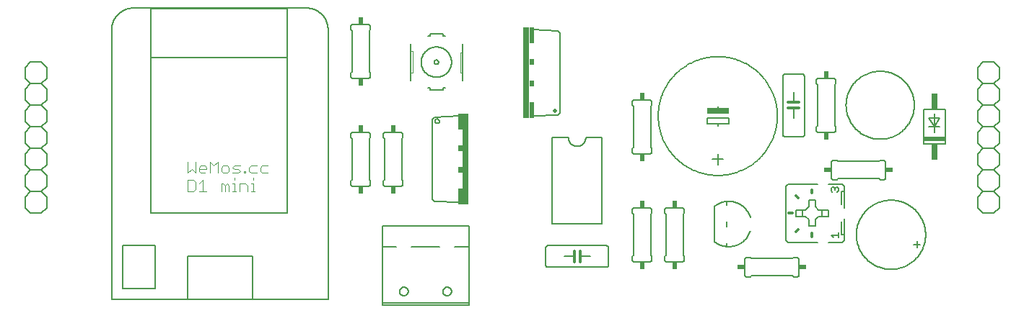
<source format=gto>
G75*
%MOIN*%
%OFA0B0*%
%FSLAX25Y25*%
%IPPOS*%
%LPD*%
%AMOC8*
5,1,8,0,0,1.08239X$1,22.5*
%
%ADD10C,0.00600*%
%ADD11R,0.10000X0.02500*%
%ADD12C,0.01200*%
%ADD13R,0.10000X0.02000*%
%ADD14R,0.03000X0.07500*%
%ADD15C,0.00500*%
%ADD16C,0.02000*%
%ADD17R,0.03000X0.42000*%
%ADD18R,0.02000X0.07500*%
%ADD19R,0.02000X0.03000*%
%ADD20R,0.02400X0.03400*%
%ADD21R,0.03400X0.02400*%
%ADD22C,0.00200*%
%ADD23C,0.00400*%
%ADD24C,0.00800*%
D10*
X0019100Y0046600D02*
X0016600Y0049100D01*
X0016600Y0054100D01*
X0019100Y0056600D01*
X0016600Y0059100D01*
X0016600Y0064100D01*
X0019100Y0066600D01*
X0024100Y0066600D01*
X0026600Y0064100D01*
X0026600Y0059100D01*
X0024100Y0056600D01*
X0026600Y0054100D01*
X0026600Y0049100D01*
X0024100Y0046600D01*
X0019100Y0046600D01*
X0019100Y0056600D02*
X0024100Y0056600D01*
X0024100Y0066600D02*
X0026600Y0069100D01*
X0026600Y0074100D01*
X0024100Y0076600D01*
X0026600Y0079100D01*
X0026600Y0084100D01*
X0024100Y0086600D01*
X0026600Y0089100D01*
X0026600Y0094100D01*
X0024100Y0096600D01*
X0019100Y0096600D01*
X0016600Y0094100D01*
X0016600Y0089100D01*
X0019100Y0086600D01*
X0024100Y0086600D01*
X0019100Y0086600D02*
X0016600Y0084100D01*
X0016600Y0079100D01*
X0019100Y0076600D01*
X0024100Y0076600D01*
X0019100Y0076600D02*
X0016600Y0074100D01*
X0016600Y0069100D01*
X0019100Y0066600D01*
X0019100Y0096600D02*
X0016600Y0099100D01*
X0016600Y0104100D01*
X0019100Y0106600D01*
X0016600Y0109100D01*
X0016600Y0114100D01*
X0019100Y0116600D01*
X0024100Y0116600D01*
X0026600Y0114100D01*
X0026600Y0109100D01*
X0024100Y0106600D01*
X0026600Y0104100D01*
X0026600Y0099100D01*
X0024100Y0096600D01*
X0024100Y0106600D02*
X0019100Y0106600D01*
X0167100Y0110100D02*
X0167100Y0111600D01*
X0167600Y0112100D01*
X0167600Y0131100D01*
X0167100Y0131600D01*
X0167100Y0133100D01*
X0167102Y0133160D01*
X0167107Y0133221D01*
X0167116Y0133280D01*
X0167129Y0133339D01*
X0167145Y0133398D01*
X0167165Y0133455D01*
X0167188Y0133510D01*
X0167215Y0133565D01*
X0167244Y0133617D01*
X0167277Y0133668D01*
X0167313Y0133717D01*
X0167351Y0133763D01*
X0167393Y0133807D01*
X0167437Y0133849D01*
X0167483Y0133887D01*
X0167532Y0133923D01*
X0167583Y0133956D01*
X0167635Y0133985D01*
X0167690Y0134012D01*
X0167745Y0134035D01*
X0167802Y0134055D01*
X0167861Y0134071D01*
X0167920Y0134084D01*
X0167979Y0134093D01*
X0168040Y0134098D01*
X0168100Y0134100D01*
X0175100Y0134100D01*
X0175160Y0134098D01*
X0175221Y0134093D01*
X0175280Y0134084D01*
X0175339Y0134071D01*
X0175398Y0134055D01*
X0175455Y0134035D01*
X0175510Y0134012D01*
X0175565Y0133985D01*
X0175617Y0133956D01*
X0175668Y0133923D01*
X0175717Y0133887D01*
X0175763Y0133849D01*
X0175807Y0133807D01*
X0175849Y0133763D01*
X0175887Y0133717D01*
X0175923Y0133668D01*
X0175956Y0133617D01*
X0175985Y0133565D01*
X0176012Y0133510D01*
X0176035Y0133455D01*
X0176055Y0133398D01*
X0176071Y0133339D01*
X0176084Y0133280D01*
X0176093Y0133221D01*
X0176098Y0133160D01*
X0176100Y0133100D01*
X0176100Y0131600D01*
X0175600Y0131100D01*
X0175600Y0112100D01*
X0176100Y0111600D01*
X0176100Y0110100D01*
X0176098Y0110040D01*
X0176093Y0109979D01*
X0176084Y0109920D01*
X0176071Y0109861D01*
X0176055Y0109802D01*
X0176035Y0109745D01*
X0176012Y0109690D01*
X0175985Y0109635D01*
X0175956Y0109583D01*
X0175923Y0109532D01*
X0175887Y0109483D01*
X0175849Y0109437D01*
X0175807Y0109393D01*
X0175763Y0109351D01*
X0175717Y0109313D01*
X0175668Y0109277D01*
X0175617Y0109244D01*
X0175565Y0109215D01*
X0175510Y0109188D01*
X0175455Y0109165D01*
X0175398Y0109145D01*
X0175339Y0109129D01*
X0175280Y0109116D01*
X0175221Y0109107D01*
X0175160Y0109102D01*
X0175100Y0109100D01*
X0168100Y0109100D01*
X0168040Y0109102D01*
X0167979Y0109107D01*
X0167920Y0109116D01*
X0167861Y0109129D01*
X0167802Y0109145D01*
X0167745Y0109165D01*
X0167690Y0109188D01*
X0167635Y0109215D01*
X0167583Y0109244D01*
X0167532Y0109277D01*
X0167483Y0109313D01*
X0167437Y0109351D01*
X0167393Y0109393D01*
X0167351Y0109437D01*
X0167313Y0109483D01*
X0167277Y0109532D01*
X0167244Y0109583D01*
X0167215Y0109635D01*
X0167188Y0109690D01*
X0167165Y0109745D01*
X0167145Y0109802D01*
X0167129Y0109861D01*
X0167116Y0109920D01*
X0167107Y0109979D01*
X0167102Y0110040D01*
X0167100Y0110100D01*
X0194600Y0111600D02*
X0194600Y0108100D01*
X0194600Y0111600D02*
X0194600Y0121600D01*
X0194600Y0125100D01*
X0202600Y0128600D02*
X0203600Y0128600D01*
X0203600Y0129600D01*
X0209600Y0129600D01*
X0209600Y0128600D01*
X0210600Y0128600D01*
X0218600Y0125100D02*
X0218600Y0121100D01*
X0218600Y0111600D01*
X0218600Y0108100D01*
X0210600Y0104600D02*
X0209600Y0104600D01*
X0209600Y0103600D01*
X0203600Y0103600D01*
X0203600Y0104600D01*
X0202600Y0104600D01*
X0205600Y0116600D02*
X0205602Y0116663D01*
X0205608Y0116725D01*
X0205618Y0116787D01*
X0205631Y0116849D01*
X0205649Y0116909D01*
X0205670Y0116968D01*
X0205695Y0117026D01*
X0205724Y0117082D01*
X0205756Y0117136D01*
X0205791Y0117188D01*
X0205829Y0117237D01*
X0205871Y0117285D01*
X0205915Y0117329D01*
X0205963Y0117371D01*
X0206012Y0117409D01*
X0206064Y0117444D01*
X0206118Y0117476D01*
X0206174Y0117505D01*
X0206232Y0117530D01*
X0206291Y0117551D01*
X0206351Y0117569D01*
X0206413Y0117582D01*
X0206475Y0117592D01*
X0206537Y0117598D01*
X0206600Y0117600D01*
X0206663Y0117598D01*
X0206725Y0117592D01*
X0206787Y0117582D01*
X0206849Y0117569D01*
X0206909Y0117551D01*
X0206968Y0117530D01*
X0207026Y0117505D01*
X0207082Y0117476D01*
X0207136Y0117444D01*
X0207188Y0117409D01*
X0207237Y0117371D01*
X0207285Y0117329D01*
X0207329Y0117285D01*
X0207371Y0117237D01*
X0207409Y0117188D01*
X0207444Y0117136D01*
X0207476Y0117082D01*
X0207505Y0117026D01*
X0207530Y0116968D01*
X0207551Y0116909D01*
X0207569Y0116849D01*
X0207582Y0116787D01*
X0207592Y0116725D01*
X0207598Y0116663D01*
X0207600Y0116600D01*
X0207598Y0116537D01*
X0207592Y0116475D01*
X0207582Y0116413D01*
X0207569Y0116351D01*
X0207551Y0116291D01*
X0207530Y0116232D01*
X0207505Y0116174D01*
X0207476Y0116118D01*
X0207444Y0116064D01*
X0207409Y0116012D01*
X0207371Y0115963D01*
X0207329Y0115915D01*
X0207285Y0115871D01*
X0207237Y0115829D01*
X0207188Y0115791D01*
X0207136Y0115756D01*
X0207082Y0115724D01*
X0207026Y0115695D01*
X0206968Y0115670D01*
X0206909Y0115649D01*
X0206849Y0115631D01*
X0206787Y0115618D01*
X0206725Y0115608D01*
X0206663Y0115602D01*
X0206600Y0115600D01*
X0206537Y0115602D01*
X0206475Y0115608D01*
X0206413Y0115618D01*
X0206351Y0115631D01*
X0206291Y0115649D01*
X0206232Y0115670D01*
X0206174Y0115695D01*
X0206118Y0115724D01*
X0206064Y0115756D01*
X0206012Y0115791D01*
X0205963Y0115829D01*
X0205915Y0115871D01*
X0205871Y0115915D01*
X0205829Y0115963D01*
X0205791Y0116012D01*
X0205756Y0116064D01*
X0205724Y0116118D01*
X0205695Y0116174D01*
X0205670Y0116232D01*
X0205649Y0116291D01*
X0205631Y0116351D01*
X0205618Y0116413D01*
X0205608Y0116475D01*
X0205602Y0116537D01*
X0205600Y0116600D01*
X0199600Y0116600D02*
X0199602Y0116772D01*
X0199608Y0116943D01*
X0199619Y0117115D01*
X0199634Y0117286D01*
X0199653Y0117457D01*
X0199676Y0117627D01*
X0199703Y0117797D01*
X0199735Y0117966D01*
X0199770Y0118134D01*
X0199810Y0118301D01*
X0199854Y0118467D01*
X0199901Y0118632D01*
X0199953Y0118796D01*
X0200009Y0118958D01*
X0200069Y0119119D01*
X0200133Y0119279D01*
X0200201Y0119437D01*
X0200272Y0119593D01*
X0200347Y0119747D01*
X0200427Y0119900D01*
X0200509Y0120050D01*
X0200596Y0120199D01*
X0200686Y0120345D01*
X0200780Y0120489D01*
X0200877Y0120631D01*
X0200978Y0120770D01*
X0201082Y0120907D01*
X0201189Y0121041D01*
X0201300Y0121172D01*
X0201413Y0121301D01*
X0201530Y0121427D01*
X0201650Y0121550D01*
X0201773Y0121670D01*
X0201899Y0121787D01*
X0202028Y0121900D01*
X0202159Y0122011D01*
X0202293Y0122118D01*
X0202430Y0122222D01*
X0202569Y0122323D01*
X0202711Y0122420D01*
X0202855Y0122514D01*
X0203001Y0122604D01*
X0203150Y0122691D01*
X0203300Y0122773D01*
X0203453Y0122853D01*
X0203607Y0122928D01*
X0203763Y0122999D01*
X0203921Y0123067D01*
X0204081Y0123131D01*
X0204242Y0123191D01*
X0204404Y0123247D01*
X0204568Y0123299D01*
X0204733Y0123346D01*
X0204899Y0123390D01*
X0205066Y0123430D01*
X0205234Y0123465D01*
X0205403Y0123497D01*
X0205573Y0123524D01*
X0205743Y0123547D01*
X0205914Y0123566D01*
X0206085Y0123581D01*
X0206257Y0123592D01*
X0206428Y0123598D01*
X0206600Y0123600D01*
X0206772Y0123598D01*
X0206943Y0123592D01*
X0207115Y0123581D01*
X0207286Y0123566D01*
X0207457Y0123547D01*
X0207627Y0123524D01*
X0207797Y0123497D01*
X0207966Y0123465D01*
X0208134Y0123430D01*
X0208301Y0123390D01*
X0208467Y0123346D01*
X0208632Y0123299D01*
X0208796Y0123247D01*
X0208958Y0123191D01*
X0209119Y0123131D01*
X0209279Y0123067D01*
X0209437Y0122999D01*
X0209593Y0122928D01*
X0209747Y0122853D01*
X0209900Y0122773D01*
X0210050Y0122691D01*
X0210199Y0122604D01*
X0210345Y0122514D01*
X0210489Y0122420D01*
X0210631Y0122323D01*
X0210770Y0122222D01*
X0210907Y0122118D01*
X0211041Y0122011D01*
X0211172Y0121900D01*
X0211301Y0121787D01*
X0211427Y0121670D01*
X0211550Y0121550D01*
X0211670Y0121427D01*
X0211787Y0121301D01*
X0211900Y0121172D01*
X0212011Y0121041D01*
X0212118Y0120907D01*
X0212222Y0120770D01*
X0212323Y0120631D01*
X0212420Y0120489D01*
X0212514Y0120345D01*
X0212604Y0120199D01*
X0212691Y0120050D01*
X0212773Y0119900D01*
X0212853Y0119747D01*
X0212928Y0119593D01*
X0212999Y0119437D01*
X0213067Y0119279D01*
X0213131Y0119119D01*
X0213191Y0118958D01*
X0213247Y0118796D01*
X0213299Y0118632D01*
X0213346Y0118467D01*
X0213390Y0118301D01*
X0213430Y0118134D01*
X0213465Y0117966D01*
X0213497Y0117797D01*
X0213524Y0117627D01*
X0213547Y0117457D01*
X0213566Y0117286D01*
X0213581Y0117115D01*
X0213592Y0116943D01*
X0213598Y0116772D01*
X0213600Y0116600D01*
X0213598Y0116428D01*
X0213592Y0116257D01*
X0213581Y0116085D01*
X0213566Y0115914D01*
X0213547Y0115743D01*
X0213524Y0115573D01*
X0213497Y0115403D01*
X0213465Y0115234D01*
X0213430Y0115066D01*
X0213390Y0114899D01*
X0213346Y0114733D01*
X0213299Y0114568D01*
X0213247Y0114404D01*
X0213191Y0114242D01*
X0213131Y0114081D01*
X0213067Y0113921D01*
X0212999Y0113763D01*
X0212928Y0113607D01*
X0212853Y0113453D01*
X0212773Y0113300D01*
X0212691Y0113150D01*
X0212604Y0113001D01*
X0212514Y0112855D01*
X0212420Y0112711D01*
X0212323Y0112569D01*
X0212222Y0112430D01*
X0212118Y0112293D01*
X0212011Y0112159D01*
X0211900Y0112028D01*
X0211787Y0111899D01*
X0211670Y0111773D01*
X0211550Y0111650D01*
X0211427Y0111530D01*
X0211301Y0111413D01*
X0211172Y0111300D01*
X0211041Y0111189D01*
X0210907Y0111082D01*
X0210770Y0110978D01*
X0210631Y0110877D01*
X0210489Y0110780D01*
X0210345Y0110686D01*
X0210199Y0110596D01*
X0210050Y0110509D01*
X0209900Y0110427D01*
X0209747Y0110347D01*
X0209593Y0110272D01*
X0209437Y0110201D01*
X0209279Y0110133D01*
X0209119Y0110069D01*
X0208958Y0110009D01*
X0208796Y0109953D01*
X0208632Y0109901D01*
X0208467Y0109854D01*
X0208301Y0109810D01*
X0208134Y0109770D01*
X0207966Y0109735D01*
X0207797Y0109703D01*
X0207627Y0109676D01*
X0207457Y0109653D01*
X0207286Y0109634D01*
X0207115Y0109619D01*
X0206943Y0109608D01*
X0206772Y0109602D01*
X0206600Y0109600D01*
X0206428Y0109602D01*
X0206257Y0109608D01*
X0206085Y0109619D01*
X0205914Y0109634D01*
X0205743Y0109653D01*
X0205573Y0109676D01*
X0205403Y0109703D01*
X0205234Y0109735D01*
X0205066Y0109770D01*
X0204899Y0109810D01*
X0204733Y0109854D01*
X0204568Y0109901D01*
X0204404Y0109953D01*
X0204242Y0110009D01*
X0204081Y0110069D01*
X0203921Y0110133D01*
X0203763Y0110201D01*
X0203607Y0110272D01*
X0203453Y0110347D01*
X0203300Y0110427D01*
X0203150Y0110509D01*
X0203001Y0110596D01*
X0202855Y0110686D01*
X0202711Y0110780D01*
X0202569Y0110877D01*
X0202430Y0110978D01*
X0202293Y0111082D01*
X0202159Y0111189D01*
X0202028Y0111300D01*
X0201899Y0111413D01*
X0201773Y0111530D01*
X0201650Y0111650D01*
X0201530Y0111773D01*
X0201413Y0111899D01*
X0201300Y0112028D01*
X0201189Y0112159D01*
X0201082Y0112293D01*
X0200978Y0112430D01*
X0200877Y0112569D01*
X0200780Y0112711D01*
X0200686Y0112855D01*
X0200596Y0113001D01*
X0200509Y0113150D01*
X0200427Y0113300D01*
X0200347Y0113453D01*
X0200272Y0113607D01*
X0200201Y0113763D01*
X0200133Y0113921D01*
X0200069Y0114081D01*
X0200009Y0114242D01*
X0199953Y0114404D01*
X0199901Y0114568D01*
X0199854Y0114733D01*
X0199810Y0114899D01*
X0199770Y0115066D01*
X0199735Y0115234D01*
X0199703Y0115403D01*
X0199676Y0115573D01*
X0199653Y0115743D01*
X0199634Y0115914D01*
X0199619Y0116085D01*
X0199608Y0116257D01*
X0199602Y0116428D01*
X0199600Y0116600D01*
X0251100Y0131600D02*
X0262600Y0131100D01*
X0263600Y0130100D01*
X0263600Y0093100D01*
X0262600Y0092100D01*
X0251100Y0091600D01*
X0260100Y0081600D02*
X0267600Y0081600D01*
X0267602Y0081474D01*
X0267608Y0081349D01*
X0267618Y0081224D01*
X0267632Y0081099D01*
X0267649Y0080974D01*
X0267671Y0080850D01*
X0267696Y0080727D01*
X0267726Y0080605D01*
X0267759Y0080484D01*
X0267796Y0080364D01*
X0267836Y0080245D01*
X0267881Y0080128D01*
X0267929Y0080011D01*
X0267981Y0079897D01*
X0268036Y0079784D01*
X0268095Y0079673D01*
X0268157Y0079564D01*
X0268223Y0079457D01*
X0268292Y0079352D01*
X0268364Y0079249D01*
X0268439Y0079148D01*
X0268518Y0079050D01*
X0268600Y0078955D01*
X0268684Y0078862D01*
X0268772Y0078772D01*
X0268862Y0078684D01*
X0268955Y0078600D01*
X0269050Y0078518D01*
X0269148Y0078439D01*
X0269249Y0078364D01*
X0269352Y0078292D01*
X0269457Y0078223D01*
X0269564Y0078157D01*
X0269673Y0078095D01*
X0269784Y0078036D01*
X0269897Y0077981D01*
X0270011Y0077929D01*
X0270128Y0077881D01*
X0270245Y0077836D01*
X0270364Y0077796D01*
X0270484Y0077759D01*
X0270605Y0077726D01*
X0270727Y0077696D01*
X0270850Y0077671D01*
X0270974Y0077649D01*
X0271099Y0077632D01*
X0271224Y0077618D01*
X0271349Y0077608D01*
X0271474Y0077602D01*
X0271600Y0077600D01*
X0271726Y0077602D01*
X0271851Y0077608D01*
X0271976Y0077618D01*
X0272101Y0077632D01*
X0272226Y0077649D01*
X0272350Y0077671D01*
X0272473Y0077696D01*
X0272595Y0077726D01*
X0272716Y0077759D01*
X0272836Y0077796D01*
X0272955Y0077836D01*
X0273072Y0077881D01*
X0273189Y0077929D01*
X0273303Y0077981D01*
X0273416Y0078036D01*
X0273527Y0078095D01*
X0273636Y0078157D01*
X0273743Y0078223D01*
X0273848Y0078292D01*
X0273951Y0078364D01*
X0274052Y0078439D01*
X0274150Y0078518D01*
X0274245Y0078600D01*
X0274338Y0078684D01*
X0274428Y0078772D01*
X0274516Y0078862D01*
X0274600Y0078955D01*
X0274682Y0079050D01*
X0274761Y0079148D01*
X0274836Y0079249D01*
X0274908Y0079352D01*
X0274977Y0079457D01*
X0275043Y0079564D01*
X0275105Y0079673D01*
X0275164Y0079784D01*
X0275219Y0079897D01*
X0275271Y0080011D01*
X0275319Y0080128D01*
X0275364Y0080245D01*
X0275404Y0080364D01*
X0275441Y0080484D01*
X0275474Y0080605D01*
X0275504Y0080727D01*
X0275529Y0080850D01*
X0275551Y0080974D01*
X0275568Y0081099D01*
X0275582Y0081224D01*
X0275592Y0081349D01*
X0275598Y0081474D01*
X0275600Y0081600D01*
X0283100Y0081600D01*
X0283100Y0041600D01*
X0260100Y0041600D01*
X0260100Y0081600D01*
X0297100Y0076600D02*
X0297100Y0075100D01*
X0297102Y0075040D01*
X0297107Y0074979D01*
X0297116Y0074920D01*
X0297129Y0074861D01*
X0297145Y0074802D01*
X0297165Y0074745D01*
X0297188Y0074690D01*
X0297215Y0074635D01*
X0297244Y0074583D01*
X0297277Y0074532D01*
X0297313Y0074483D01*
X0297351Y0074437D01*
X0297393Y0074393D01*
X0297437Y0074351D01*
X0297483Y0074313D01*
X0297532Y0074277D01*
X0297583Y0074244D01*
X0297635Y0074215D01*
X0297690Y0074188D01*
X0297745Y0074165D01*
X0297802Y0074145D01*
X0297861Y0074129D01*
X0297920Y0074116D01*
X0297979Y0074107D01*
X0298040Y0074102D01*
X0298100Y0074100D01*
X0305100Y0074100D01*
X0305160Y0074102D01*
X0305221Y0074107D01*
X0305280Y0074116D01*
X0305339Y0074129D01*
X0305398Y0074145D01*
X0305455Y0074165D01*
X0305510Y0074188D01*
X0305565Y0074215D01*
X0305617Y0074244D01*
X0305668Y0074277D01*
X0305717Y0074313D01*
X0305763Y0074351D01*
X0305807Y0074393D01*
X0305849Y0074437D01*
X0305887Y0074483D01*
X0305923Y0074532D01*
X0305956Y0074583D01*
X0305985Y0074635D01*
X0306012Y0074690D01*
X0306035Y0074745D01*
X0306055Y0074802D01*
X0306071Y0074861D01*
X0306084Y0074920D01*
X0306093Y0074979D01*
X0306098Y0075040D01*
X0306100Y0075100D01*
X0306100Y0076600D01*
X0305600Y0077100D01*
X0305600Y0096100D01*
X0306100Y0096600D01*
X0306100Y0098100D01*
X0306098Y0098160D01*
X0306093Y0098221D01*
X0306084Y0098280D01*
X0306071Y0098339D01*
X0306055Y0098398D01*
X0306035Y0098455D01*
X0306012Y0098510D01*
X0305985Y0098565D01*
X0305956Y0098617D01*
X0305923Y0098668D01*
X0305887Y0098717D01*
X0305849Y0098763D01*
X0305807Y0098807D01*
X0305763Y0098849D01*
X0305717Y0098887D01*
X0305668Y0098923D01*
X0305617Y0098956D01*
X0305565Y0098985D01*
X0305510Y0099012D01*
X0305455Y0099035D01*
X0305398Y0099055D01*
X0305339Y0099071D01*
X0305280Y0099084D01*
X0305221Y0099093D01*
X0305160Y0099098D01*
X0305100Y0099100D01*
X0298100Y0099100D01*
X0298040Y0099098D01*
X0297979Y0099093D01*
X0297920Y0099084D01*
X0297861Y0099071D01*
X0297802Y0099055D01*
X0297745Y0099035D01*
X0297690Y0099012D01*
X0297635Y0098985D01*
X0297583Y0098956D01*
X0297532Y0098923D01*
X0297483Y0098887D01*
X0297437Y0098849D01*
X0297393Y0098807D01*
X0297351Y0098763D01*
X0297313Y0098717D01*
X0297277Y0098668D01*
X0297244Y0098617D01*
X0297215Y0098565D01*
X0297188Y0098510D01*
X0297165Y0098455D01*
X0297145Y0098398D01*
X0297129Y0098339D01*
X0297116Y0098280D01*
X0297107Y0098221D01*
X0297102Y0098160D01*
X0297100Y0098100D01*
X0297100Y0096600D01*
X0297600Y0096100D01*
X0297600Y0077100D01*
X0297100Y0076600D01*
X0331600Y0088100D02*
X0336600Y0088100D01*
X0341600Y0088100D01*
X0341600Y0090600D01*
X0331600Y0090600D01*
X0331600Y0088100D01*
X0336600Y0088100D02*
X0336600Y0087100D01*
X0309100Y0091600D02*
X0309108Y0092275D01*
X0309133Y0092949D01*
X0309175Y0093623D01*
X0309232Y0094295D01*
X0309307Y0094966D01*
X0309398Y0095635D01*
X0309505Y0096301D01*
X0309628Y0096965D01*
X0309768Y0097625D01*
X0309924Y0098282D01*
X0310096Y0098935D01*
X0310284Y0099583D01*
X0310488Y0100226D01*
X0310708Y0100864D01*
X0310943Y0101497D01*
X0311193Y0102124D01*
X0311459Y0102744D01*
X0311740Y0103358D01*
X0312036Y0103964D01*
X0312347Y0104563D01*
X0312673Y0105155D01*
X0313012Y0105738D01*
X0313367Y0106312D01*
X0313735Y0106878D01*
X0314116Y0107435D01*
X0314512Y0107982D01*
X0314920Y0108519D01*
X0315342Y0109046D01*
X0315777Y0109562D01*
X0316224Y0110068D01*
X0316683Y0110562D01*
X0317155Y0111045D01*
X0317638Y0111517D01*
X0318132Y0111976D01*
X0318638Y0112423D01*
X0319154Y0112858D01*
X0319681Y0113280D01*
X0320218Y0113688D01*
X0320765Y0114084D01*
X0321322Y0114465D01*
X0321888Y0114833D01*
X0322462Y0115188D01*
X0323045Y0115527D01*
X0323637Y0115853D01*
X0324236Y0116164D01*
X0324842Y0116460D01*
X0325456Y0116741D01*
X0326076Y0117007D01*
X0326703Y0117257D01*
X0327336Y0117492D01*
X0327974Y0117712D01*
X0328617Y0117916D01*
X0329265Y0118104D01*
X0329918Y0118276D01*
X0330575Y0118432D01*
X0331235Y0118572D01*
X0331899Y0118695D01*
X0332565Y0118802D01*
X0333234Y0118893D01*
X0333905Y0118968D01*
X0334577Y0119025D01*
X0335251Y0119067D01*
X0335925Y0119092D01*
X0336600Y0119100D01*
X0337275Y0119092D01*
X0337949Y0119067D01*
X0338623Y0119025D01*
X0339295Y0118968D01*
X0339966Y0118893D01*
X0340635Y0118802D01*
X0341301Y0118695D01*
X0341965Y0118572D01*
X0342625Y0118432D01*
X0343282Y0118276D01*
X0343935Y0118104D01*
X0344583Y0117916D01*
X0345226Y0117712D01*
X0345864Y0117492D01*
X0346497Y0117257D01*
X0347124Y0117007D01*
X0347744Y0116741D01*
X0348358Y0116460D01*
X0348964Y0116164D01*
X0349563Y0115853D01*
X0350155Y0115527D01*
X0350738Y0115188D01*
X0351312Y0114833D01*
X0351878Y0114465D01*
X0352435Y0114084D01*
X0352982Y0113688D01*
X0353519Y0113280D01*
X0354046Y0112858D01*
X0354562Y0112423D01*
X0355068Y0111976D01*
X0355562Y0111517D01*
X0356045Y0111045D01*
X0356517Y0110562D01*
X0356976Y0110068D01*
X0357423Y0109562D01*
X0357858Y0109046D01*
X0358280Y0108519D01*
X0358688Y0107982D01*
X0359084Y0107435D01*
X0359465Y0106878D01*
X0359833Y0106312D01*
X0360188Y0105738D01*
X0360527Y0105155D01*
X0360853Y0104563D01*
X0361164Y0103964D01*
X0361460Y0103358D01*
X0361741Y0102744D01*
X0362007Y0102124D01*
X0362257Y0101497D01*
X0362492Y0100864D01*
X0362712Y0100226D01*
X0362916Y0099583D01*
X0363104Y0098935D01*
X0363276Y0098282D01*
X0363432Y0097625D01*
X0363572Y0096965D01*
X0363695Y0096301D01*
X0363802Y0095635D01*
X0363893Y0094966D01*
X0363968Y0094295D01*
X0364025Y0093623D01*
X0364067Y0092949D01*
X0364092Y0092275D01*
X0364100Y0091600D01*
X0364092Y0090925D01*
X0364067Y0090251D01*
X0364025Y0089577D01*
X0363968Y0088905D01*
X0363893Y0088234D01*
X0363802Y0087565D01*
X0363695Y0086899D01*
X0363572Y0086235D01*
X0363432Y0085575D01*
X0363276Y0084918D01*
X0363104Y0084265D01*
X0362916Y0083617D01*
X0362712Y0082974D01*
X0362492Y0082336D01*
X0362257Y0081703D01*
X0362007Y0081076D01*
X0361741Y0080456D01*
X0361460Y0079842D01*
X0361164Y0079236D01*
X0360853Y0078637D01*
X0360527Y0078045D01*
X0360188Y0077462D01*
X0359833Y0076888D01*
X0359465Y0076322D01*
X0359084Y0075765D01*
X0358688Y0075218D01*
X0358280Y0074681D01*
X0357858Y0074154D01*
X0357423Y0073638D01*
X0356976Y0073132D01*
X0356517Y0072638D01*
X0356045Y0072155D01*
X0355562Y0071683D01*
X0355068Y0071224D01*
X0354562Y0070777D01*
X0354046Y0070342D01*
X0353519Y0069920D01*
X0352982Y0069512D01*
X0352435Y0069116D01*
X0351878Y0068735D01*
X0351312Y0068367D01*
X0350738Y0068012D01*
X0350155Y0067673D01*
X0349563Y0067347D01*
X0348964Y0067036D01*
X0348358Y0066740D01*
X0347744Y0066459D01*
X0347124Y0066193D01*
X0346497Y0065943D01*
X0345864Y0065708D01*
X0345226Y0065488D01*
X0344583Y0065284D01*
X0343935Y0065096D01*
X0343282Y0064924D01*
X0342625Y0064768D01*
X0341965Y0064628D01*
X0341301Y0064505D01*
X0340635Y0064398D01*
X0339966Y0064307D01*
X0339295Y0064232D01*
X0338623Y0064175D01*
X0337949Y0064133D01*
X0337275Y0064108D01*
X0336600Y0064100D01*
X0335925Y0064108D01*
X0335251Y0064133D01*
X0334577Y0064175D01*
X0333905Y0064232D01*
X0333234Y0064307D01*
X0332565Y0064398D01*
X0331899Y0064505D01*
X0331235Y0064628D01*
X0330575Y0064768D01*
X0329918Y0064924D01*
X0329265Y0065096D01*
X0328617Y0065284D01*
X0327974Y0065488D01*
X0327336Y0065708D01*
X0326703Y0065943D01*
X0326076Y0066193D01*
X0325456Y0066459D01*
X0324842Y0066740D01*
X0324236Y0067036D01*
X0323637Y0067347D01*
X0323045Y0067673D01*
X0322462Y0068012D01*
X0321888Y0068367D01*
X0321322Y0068735D01*
X0320765Y0069116D01*
X0320218Y0069512D01*
X0319681Y0069920D01*
X0319154Y0070342D01*
X0318638Y0070777D01*
X0318132Y0071224D01*
X0317638Y0071683D01*
X0317155Y0072155D01*
X0316683Y0072638D01*
X0316224Y0073132D01*
X0315777Y0073638D01*
X0315342Y0074154D01*
X0314920Y0074681D01*
X0314512Y0075218D01*
X0314116Y0075765D01*
X0313735Y0076322D01*
X0313367Y0076888D01*
X0313012Y0077462D01*
X0312673Y0078045D01*
X0312347Y0078637D01*
X0312036Y0079236D01*
X0311740Y0079842D01*
X0311459Y0080456D01*
X0311193Y0081076D01*
X0310943Y0081703D01*
X0310708Y0082336D01*
X0310488Y0082974D01*
X0310284Y0083617D01*
X0310096Y0084265D01*
X0309924Y0084918D01*
X0309768Y0085575D01*
X0309628Y0086235D01*
X0309505Y0086899D01*
X0309398Y0087565D01*
X0309307Y0088234D01*
X0309232Y0088905D01*
X0309175Y0089577D01*
X0309133Y0090251D01*
X0309108Y0090925D01*
X0309100Y0091600D01*
X0336600Y0094100D02*
X0336600Y0096100D01*
X0371600Y0095400D02*
X0371600Y0090600D01*
X0382100Y0086600D02*
X0382600Y0087100D01*
X0382600Y0106100D01*
X0382100Y0106600D01*
X0382100Y0108100D01*
X0382102Y0108160D01*
X0382107Y0108221D01*
X0382116Y0108280D01*
X0382129Y0108339D01*
X0382145Y0108398D01*
X0382165Y0108455D01*
X0382188Y0108510D01*
X0382215Y0108565D01*
X0382244Y0108617D01*
X0382277Y0108668D01*
X0382313Y0108717D01*
X0382351Y0108763D01*
X0382393Y0108807D01*
X0382437Y0108849D01*
X0382483Y0108887D01*
X0382532Y0108923D01*
X0382583Y0108956D01*
X0382635Y0108985D01*
X0382690Y0109012D01*
X0382745Y0109035D01*
X0382802Y0109055D01*
X0382861Y0109071D01*
X0382920Y0109084D01*
X0382979Y0109093D01*
X0383040Y0109098D01*
X0383100Y0109100D01*
X0390100Y0109100D01*
X0390160Y0109098D01*
X0390221Y0109093D01*
X0390280Y0109084D01*
X0390339Y0109071D01*
X0390398Y0109055D01*
X0390455Y0109035D01*
X0390510Y0109012D01*
X0390565Y0108985D01*
X0390617Y0108956D01*
X0390668Y0108923D01*
X0390717Y0108887D01*
X0390763Y0108849D01*
X0390807Y0108807D01*
X0390849Y0108763D01*
X0390887Y0108717D01*
X0390923Y0108668D01*
X0390956Y0108617D01*
X0390985Y0108565D01*
X0391012Y0108510D01*
X0391035Y0108455D01*
X0391055Y0108398D01*
X0391071Y0108339D01*
X0391084Y0108280D01*
X0391093Y0108221D01*
X0391098Y0108160D01*
X0391100Y0108100D01*
X0391100Y0106600D01*
X0390600Y0106100D01*
X0390600Y0087100D01*
X0391100Y0086600D01*
X0391100Y0085100D01*
X0391098Y0085040D01*
X0391093Y0084979D01*
X0391084Y0084920D01*
X0391071Y0084861D01*
X0391055Y0084802D01*
X0391035Y0084745D01*
X0391012Y0084690D01*
X0390985Y0084635D01*
X0390956Y0084583D01*
X0390923Y0084532D01*
X0390887Y0084483D01*
X0390849Y0084437D01*
X0390807Y0084393D01*
X0390763Y0084351D01*
X0390717Y0084313D01*
X0390668Y0084277D01*
X0390617Y0084244D01*
X0390565Y0084215D01*
X0390510Y0084188D01*
X0390455Y0084165D01*
X0390398Y0084145D01*
X0390339Y0084129D01*
X0390280Y0084116D01*
X0390221Y0084107D01*
X0390160Y0084102D01*
X0390100Y0084100D01*
X0383100Y0084100D01*
X0383040Y0084102D01*
X0382979Y0084107D01*
X0382920Y0084116D01*
X0382861Y0084129D01*
X0382802Y0084145D01*
X0382745Y0084165D01*
X0382690Y0084188D01*
X0382635Y0084215D01*
X0382583Y0084244D01*
X0382532Y0084277D01*
X0382483Y0084313D01*
X0382437Y0084351D01*
X0382393Y0084393D01*
X0382351Y0084437D01*
X0382313Y0084483D01*
X0382277Y0084532D01*
X0382244Y0084583D01*
X0382215Y0084635D01*
X0382188Y0084690D01*
X0382165Y0084745D01*
X0382145Y0084802D01*
X0382129Y0084861D01*
X0382116Y0084920D01*
X0382107Y0084979D01*
X0382102Y0085040D01*
X0382100Y0085100D01*
X0382100Y0086600D01*
X0376600Y0083100D02*
X0376600Y0110100D01*
X0376598Y0110160D01*
X0376593Y0110221D01*
X0376584Y0110280D01*
X0376571Y0110339D01*
X0376555Y0110398D01*
X0376535Y0110455D01*
X0376512Y0110510D01*
X0376485Y0110565D01*
X0376456Y0110617D01*
X0376423Y0110668D01*
X0376387Y0110717D01*
X0376349Y0110763D01*
X0376307Y0110807D01*
X0376263Y0110849D01*
X0376217Y0110887D01*
X0376168Y0110923D01*
X0376117Y0110956D01*
X0376065Y0110985D01*
X0376010Y0111012D01*
X0375955Y0111035D01*
X0375898Y0111055D01*
X0375839Y0111071D01*
X0375780Y0111084D01*
X0375721Y0111093D01*
X0375660Y0111098D01*
X0375600Y0111100D01*
X0367600Y0111100D01*
X0367540Y0111098D01*
X0367479Y0111093D01*
X0367420Y0111084D01*
X0367361Y0111071D01*
X0367302Y0111055D01*
X0367245Y0111035D01*
X0367190Y0111012D01*
X0367135Y0110985D01*
X0367083Y0110956D01*
X0367032Y0110923D01*
X0366983Y0110887D01*
X0366937Y0110849D01*
X0366893Y0110807D01*
X0366851Y0110763D01*
X0366813Y0110717D01*
X0366777Y0110668D01*
X0366744Y0110617D01*
X0366715Y0110565D01*
X0366688Y0110510D01*
X0366665Y0110455D01*
X0366645Y0110398D01*
X0366629Y0110339D01*
X0366616Y0110280D01*
X0366607Y0110221D01*
X0366602Y0110160D01*
X0366600Y0110100D01*
X0366600Y0083100D01*
X0366602Y0083040D01*
X0366607Y0082979D01*
X0366616Y0082920D01*
X0366629Y0082861D01*
X0366645Y0082802D01*
X0366665Y0082745D01*
X0366688Y0082690D01*
X0366715Y0082635D01*
X0366744Y0082583D01*
X0366777Y0082532D01*
X0366813Y0082483D01*
X0366851Y0082437D01*
X0366893Y0082393D01*
X0366937Y0082351D01*
X0366983Y0082313D01*
X0367032Y0082277D01*
X0367083Y0082244D01*
X0367135Y0082215D01*
X0367190Y0082188D01*
X0367245Y0082165D01*
X0367302Y0082145D01*
X0367361Y0082129D01*
X0367420Y0082116D01*
X0367479Y0082107D01*
X0367540Y0082102D01*
X0367600Y0082100D01*
X0375600Y0082100D01*
X0375660Y0082102D01*
X0375721Y0082107D01*
X0375780Y0082116D01*
X0375839Y0082129D01*
X0375898Y0082145D01*
X0375955Y0082165D01*
X0376010Y0082188D01*
X0376065Y0082215D01*
X0376117Y0082244D01*
X0376168Y0082277D01*
X0376217Y0082313D01*
X0376263Y0082351D01*
X0376307Y0082393D01*
X0376349Y0082437D01*
X0376387Y0082483D01*
X0376423Y0082532D01*
X0376456Y0082583D01*
X0376485Y0082635D01*
X0376512Y0082690D01*
X0376535Y0082745D01*
X0376555Y0082802D01*
X0376571Y0082861D01*
X0376584Y0082920D01*
X0376593Y0082979D01*
X0376598Y0083040D01*
X0376600Y0083100D01*
X0390100Y0071100D02*
X0391600Y0071100D01*
X0392100Y0070600D01*
X0411100Y0070600D01*
X0411600Y0071100D01*
X0413100Y0071100D01*
X0413160Y0071098D01*
X0413221Y0071093D01*
X0413280Y0071084D01*
X0413339Y0071071D01*
X0413398Y0071055D01*
X0413455Y0071035D01*
X0413510Y0071012D01*
X0413565Y0070985D01*
X0413617Y0070956D01*
X0413668Y0070923D01*
X0413717Y0070887D01*
X0413763Y0070849D01*
X0413807Y0070807D01*
X0413849Y0070763D01*
X0413887Y0070717D01*
X0413923Y0070668D01*
X0413956Y0070617D01*
X0413985Y0070565D01*
X0414012Y0070510D01*
X0414035Y0070455D01*
X0414055Y0070398D01*
X0414071Y0070339D01*
X0414084Y0070280D01*
X0414093Y0070221D01*
X0414098Y0070160D01*
X0414100Y0070100D01*
X0414100Y0063100D01*
X0414098Y0063040D01*
X0414093Y0062979D01*
X0414084Y0062920D01*
X0414071Y0062861D01*
X0414055Y0062802D01*
X0414035Y0062745D01*
X0414012Y0062690D01*
X0413985Y0062635D01*
X0413956Y0062583D01*
X0413923Y0062532D01*
X0413887Y0062483D01*
X0413849Y0062437D01*
X0413807Y0062393D01*
X0413763Y0062351D01*
X0413717Y0062313D01*
X0413668Y0062277D01*
X0413617Y0062244D01*
X0413565Y0062215D01*
X0413510Y0062188D01*
X0413455Y0062165D01*
X0413398Y0062145D01*
X0413339Y0062129D01*
X0413280Y0062116D01*
X0413221Y0062107D01*
X0413160Y0062102D01*
X0413100Y0062100D01*
X0411600Y0062100D01*
X0411100Y0062600D01*
X0392100Y0062600D01*
X0391600Y0062100D01*
X0390100Y0062100D01*
X0390040Y0062102D01*
X0389979Y0062107D01*
X0389920Y0062116D01*
X0389861Y0062129D01*
X0389802Y0062145D01*
X0389745Y0062165D01*
X0389690Y0062188D01*
X0389635Y0062215D01*
X0389583Y0062244D01*
X0389532Y0062277D01*
X0389483Y0062313D01*
X0389437Y0062351D01*
X0389393Y0062393D01*
X0389351Y0062437D01*
X0389313Y0062483D01*
X0389277Y0062532D01*
X0389244Y0062583D01*
X0389215Y0062635D01*
X0389188Y0062690D01*
X0389165Y0062745D01*
X0389145Y0062802D01*
X0389129Y0062861D01*
X0389116Y0062920D01*
X0389107Y0062979D01*
X0389102Y0063040D01*
X0389100Y0063100D01*
X0389100Y0070100D01*
X0389102Y0070160D01*
X0389107Y0070221D01*
X0389116Y0070280D01*
X0389129Y0070339D01*
X0389145Y0070398D01*
X0389165Y0070455D01*
X0389188Y0070510D01*
X0389215Y0070565D01*
X0389244Y0070617D01*
X0389277Y0070668D01*
X0389313Y0070717D01*
X0389351Y0070763D01*
X0389393Y0070807D01*
X0389437Y0070849D01*
X0389483Y0070887D01*
X0389532Y0070923D01*
X0389583Y0070956D01*
X0389635Y0070985D01*
X0389690Y0071012D01*
X0389745Y0071035D01*
X0389802Y0071055D01*
X0389861Y0071071D01*
X0389920Y0071084D01*
X0389979Y0071093D01*
X0390040Y0071098D01*
X0390100Y0071100D01*
X0387600Y0060100D02*
X0394100Y0060100D01*
X0395100Y0059100D01*
X0395100Y0056600D01*
X0395100Y0049100D01*
X0393600Y0050600D02*
X0393600Y0056600D01*
X0395100Y0056600D01*
X0382600Y0060100D02*
X0369100Y0060100D01*
X0368100Y0059100D01*
X0368100Y0034100D01*
X0369100Y0033100D01*
X0382600Y0033100D01*
X0387600Y0033100D02*
X0394100Y0033100D01*
X0395100Y0034100D01*
X0395100Y0036600D01*
X0395100Y0044100D01*
X0393600Y0042600D02*
X0393600Y0036600D01*
X0395100Y0036600D01*
X0381600Y0040600D02*
X0381600Y0043600D01*
X0383100Y0045100D01*
X0384600Y0045100D01*
X0387600Y0045100D01*
X0387600Y0048100D01*
X0384600Y0048100D01*
X0383100Y0048100D01*
X0381600Y0049600D01*
X0381600Y0052600D01*
X0378600Y0052600D01*
X0378600Y0049600D01*
X0377100Y0048100D01*
X0375600Y0048100D01*
X0372600Y0048100D01*
X0372600Y0045100D01*
X0375600Y0045100D01*
X0377100Y0045100D01*
X0378600Y0043600D01*
X0378600Y0040600D01*
X0381600Y0040600D01*
X0384600Y0045100D02*
X0384600Y0048100D01*
X0375600Y0048100D02*
X0375600Y0045100D01*
X0400600Y0036600D02*
X0400605Y0036993D01*
X0400619Y0037385D01*
X0400643Y0037777D01*
X0400677Y0038168D01*
X0400720Y0038559D01*
X0400773Y0038948D01*
X0400836Y0039335D01*
X0400907Y0039721D01*
X0400989Y0040106D01*
X0401079Y0040488D01*
X0401180Y0040867D01*
X0401289Y0041245D01*
X0401408Y0041619D01*
X0401535Y0041990D01*
X0401672Y0042358D01*
X0401818Y0042723D01*
X0401973Y0043084D01*
X0402136Y0043441D01*
X0402308Y0043794D01*
X0402489Y0044142D01*
X0402679Y0044486D01*
X0402876Y0044826D01*
X0403082Y0045160D01*
X0403296Y0045489D01*
X0403519Y0045813D01*
X0403749Y0046131D01*
X0403986Y0046444D01*
X0404232Y0046750D01*
X0404485Y0047051D01*
X0404745Y0047345D01*
X0405012Y0047633D01*
X0405286Y0047914D01*
X0405567Y0048188D01*
X0405855Y0048455D01*
X0406149Y0048715D01*
X0406450Y0048968D01*
X0406756Y0049214D01*
X0407069Y0049451D01*
X0407387Y0049681D01*
X0407711Y0049904D01*
X0408040Y0050118D01*
X0408374Y0050324D01*
X0408714Y0050521D01*
X0409058Y0050711D01*
X0409406Y0050892D01*
X0409759Y0051064D01*
X0410116Y0051227D01*
X0410477Y0051382D01*
X0410842Y0051528D01*
X0411210Y0051665D01*
X0411581Y0051792D01*
X0411955Y0051911D01*
X0412333Y0052020D01*
X0412712Y0052121D01*
X0413094Y0052211D01*
X0413479Y0052293D01*
X0413865Y0052364D01*
X0414252Y0052427D01*
X0414641Y0052480D01*
X0415032Y0052523D01*
X0415423Y0052557D01*
X0415815Y0052581D01*
X0416207Y0052595D01*
X0416600Y0052600D01*
X0416993Y0052595D01*
X0417385Y0052581D01*
X0417777Y0052557D01*
X0418168Y0052523D01*
X0418559Y0052480D01*
X0418948Y0052427D01*
X0419335Y0052364D01*
X0419721Y0052293D01*
X0420106Y0052211D01*
X0420488Y0052121D01*
X0420867Y0052020D01*
X0421245Y0051911D01*
X0421619Y0051792D01*
X0421990Y0051665D01*
X0422358Y0051528D01*
X0422723Y0051382D01*
X0423084Y0051227D01*
X0423441Y0051064D01*
X0423794Y0050892D01*
X0424142Y0050711D01*
X0424486Y0050521D01*
X0424826Y0050324D01*
X0425160Y0050118D01*
X0425489Y0049904D01*
X0425813Y0049681D01*
X0426131Y0049451D01*
X0426444Y0049214D01*
X0426750Y0048968D01*
X0427051Y0048715D01*
X0427345Y0048455D01*
X0427633Y0048188D01*
X0427914Y0047914D01*
X0428188Y0047633D01*
X0428455Y0047345D01*
X0428715Y0047051D01*
X0428968Y0046750D01*
X0429214Y0046444D01*
X0429451Y0046131D01*
X0429681Y0045813D01*
X0429904Y0045489D01*
X0430118Y0045160D01*
X0430324Y0044826D01*
X0430521Y0044486D01*
X0430711Y0044142D01*
X0430892Y0043794D01*
X0431064Y0043441D01*
X0431227Y0043084D01*
X0431382Y0042723D01*
X0431528Y0042358D01*
X0431665Y0041990D01*
X0431792Y0041619D01*
X0431911Y0041245D01*
X0432020Y0040867D01*
X0432121Y0040488D01*
X0432211Y0040106D01*
X0432293Y0039721D01*
X0432364Y0039335D01*
X0432427Y0038948D01*
X0432480Y0038559D01*
X0432523Y0038168D01*
X0432557Y0037777D01*
X0432581Y0037385D01*
X0432595Y0036993D01*
X0432600Y0036600D01*
X0432595Y0036207D01*
X0432581Y0035815D01*
X0432557Y0035423D01*
X0432523Y0035032D01*
X0432480Y0034641D01*
X0432427Y0034252D01*
X0432364Y0033865D01*
X0432293Y0033479D01*
X0432211Y0033094D01*
X0432121Y0032712D01*
X0432020Y0032333D01*
X0431911Y0031955D01*
X0431792Y0031581D01*
X0431665Y0031210D01*
X0431528Y0030842D01*
X0431382Y0030477D01*
X0431227Y0030116D01*
X0431064Y0029759D01*
X0430892Y0029406D01*
X0430711Y0029058D01*
X0430521Y0028714D01*
X0430324Y0028374D01*
X0430118Y0028040D01*
X0429904Y0027711D01*
X0429681Y0027387D01*
X0429451Y0027069D01*
X0429214Y0026756D01*
X0428968Y0026450D01*
X0428715Y0026149D01*
X0428455Y0025855D01*
X0428188Y0025567D01*
X0427914Y0025286D01*
X0427633Y0025012D01*
X0427345Y0024745D01*
X0427051Y0024485D01*
X0426750Y0024232D01*
X0426444Y0023986D01*
X0426131Y0023749D01*
X0425813Y0023519D01*
X0425489Y0023296D01*
X0425160Y0023082D01*
X0424826Y0022876D01*
X0424486Y0022679D01*
X0424142Y0022489D01*
X0423794Y0022308D01*
X0423441Y0022136D01*
X0423084Y0021973D01*
X0422723Y0021818D01*
X0422358Y0021672D01*
X0421990Y0021535D01*
X0421619Y0021408D01*
X0421245Y0021289D01*
X0420867Y0021180D01*
X0420488Y0021079D01*
X0420106Y0020989D01*
X0419721Y0020907D01*
X0419335Y0020836D01*
X0418948Y0020773D01*
X0418559Y0020720D01*
X0418168Y0020677D01*
X0417777Y0020643D01*
X0417385Y0020619D01*
X0416993Y0020605D01*
X0416600Y0020600D01*
X0416207Y0020605D01*
X0415815Y0020619D01*
X0415423Y0020643D01*
X0415032Y0020677D01*
X0414641Y0020720D01*
X0414252Y0020773D01*
X0413865Y0020836D01*
X0413479Y0020907D01*
X0413094Y0020989D01*
X0412712Y0021079D01*
X0412333Y0021180D01*
X0411955Y0021289D01*
X0411581Y0021408D01*
X0411210Y0021535D01*
X0410842Y0021672D01*
X0410477Y0021818D01*
X0410116Y0021973D01*
X0409759Y0022136D01*
X0409406Y0022308D01*
X0409058Y0022489D01*
X0408714Y0022679D01*
X0408374Y0022876D01*
X0408040Y0023082D01*
X0407711Y0023296D01*
X0407387Y0023519D01*
X0407069Y0023749D01*
X0406756Y0023986D01*
X0406450Y0024232D01*
X0406149Y0024485D01*
X0405855Y0024745D01*
X0405567Y0025012D01*
X0405286Y0025286D01*
X0405012Y0025567D01*
X0404745Y0025855D01*
X0404485Y0026149D01*
X0404232Y0026450D01*
X0403986Y0026756D01*
X0403749Y0027069D01*
X0403519Y0027387D01*
X0403296Y0027711D01*
X0403082Y0028040D01*
X0402876Y0028374D01*
X0402679Y0028714D01*
X0402489Y0029058D01*
X0402308Y0029406D01*
X0402136Y0029759D01*
X0401973Y0030116D01*
X0401818Y0030477D01*
X0401672Y0030842D01*
X0401535Y0031210D01*
X0401408Y0031581D01*
X0401289Y0031955D01*
X0401180Y0032333D01*
X0401079Y0032712D01*
X0400989Y0033094D01*
X0400907Y0033479D01*
X0400836Y0033865D01*
X0400773Y0034252D01*
X0400720Y0034641D01*
X0400677Y0035032D01*
X0400643Y0035423D01*
X0400619Y0035815D01*
X0400605Y0036207D01*
X0400600Y0036600D01*
X0427100Y0032100D02*
X0430100Y0032100D01*
X0428600Y0033600D02*
X0428600Y0030600D01*
X0456600Y0049100D02*
X0459100Y0046600D01*
X0464100Y0046600D01*
X0466600Y0049100D01*
X0466600Y0054100D01*
X0464100Y0056600D01*
X0466600Y0059100D01*
X0466600Y0064100D01*
X0464100Y0066600D01*
X0459100Y0066600D01*
X0456600Y0064100D01*
X0456600Y0059100D01*
X0459100Y0056600D01*
X0464100Y0056600D01*
X0459100Y0056600D02*
X0456600Y0054100D01*
X0456600Y0049100D01*
X0459100Y0066600D02*
X0456600Y0069100D01*
X0456600Y0074100D01*
X0459100Y0076600D01*
X0456600Y0079100D01*
X0456600Y0084100D01*
X0459100Y0086600D01*
X0456600Y0089100D01*
X0456600Y0094100D01*
X0459100Y0096600D01*
X0464100Y0096600D01*
X0466600Y0094100D01*
X0466600Y0089100D01*
X0464100Y0086600D01*
X0466600Y0084100D01*
X0466600Y0079100D01*
X0464100Y0076600D01*
X0466600Y0074100D01*
X0466600Y0069100D01*
X0464100Y0066600D01*
X0464100Y0076600D02*
X0459100Y0076600D01*
X0441600Y0078600D02*
X0431600Y0078600D01*
X0431600Y0094600D01*
X0441600Y0094600D01*
X0441600Y0078600D01*
X0436600Y0084100D02*
X0436600Y0086600D01*
X0439100Y0086600D01*
X0436600Y0086600D02*
X0434100Y0086600D01*
X0436600Y0086600D02*
X0434100Y0090600D01*
X0439100Y0090600D01*
X0436600Y0086600D01*
X0436600Y0092600D01*
X0456600Y0099100D02*
X0456600Y0104100D01*
X0459100Y0106600D01*
X0456600Y0109100D01*
X0456600Y0114100D01*
X0459100Y0116600D01*
X0464100Y0116600D01*
X0466600Y0114100D01*
X0466600Y0109100D01*
X0464100Y0106600D01*
X0466600Y0104100D01*
X0466600Y0099100D01*
X0464100Y0096600D01*
X0459100Y0096600D02*
X0456600Y0099100D01*
X0459100Y0106600D02*
X0464100Y0106600D01*
X0464100Y0086600D02*
X0459100Y0086600D01*
X0371600Y0097900D02*
X0371600Y0102600D01*
X0336600Y0074100D02*
X0336600Y0069100D01*
X0339100Y0071600D02*
X0334100Y0071600D01*
X0320100Y0049100D02*
X0313100Y0049100D01*
X0313040Y0049098D01*
X0312979Y0049093D01*
X0312920Y0049084D01*
X0312861Y0049071D01*
X0312802Y0049055D01*
X0312745Y0049035D01*
X0312690Y0049012D01*
X0312635Y0048985D01*
X0312583Y0048956D01*
X0312532Y0048923D01*
X0312483Y0048887D01*
X0312437Y0048849D01*
X0312393Y0048807D01*
X0312351Y0048763D01*
X0312313Y0048717D01*
X0312277Y0048668D01*
X0312244Y0048617D01*
X0312215Y0048565D01*
X0312188Y0048510D01*
X0312165Y0048455D01*
X0312145Y0048398D01*
X0312129Y0048339D01*
X0312116Y0048280D01*
X0312107Y0048221D01*
X0312102Y0048160D01*
X0312100Y0048100D01*
X0312100Y0046600D01*
X0312600Y0046100D01*
X0312600Y0027100D01*
X0312100Y0026600D01*
X0312100Y0025100D01*
X0312102Y0025040D01*
X0312107Y0024979D01*
X0312116Y0024920D01*
X0312129Y0024861D01*
X0312145Y0024802D01*
X0312165Y0024745D01*
X0312188Y0024690D01*
X0312215Y0024635D01*
X0312244Y0024583D01*
X0312277Y0024532D01*
X0312313Y0024483D01*
X0312351Y0024437D01*
X0312393Y0024393D01*
X0312437Y0024351D01*
X0312483Y0024313D01*
X0312532Y0024277D01*
X0312583Y0024244D01*
X0312635Y0024215D01*
X0312690Y0024188D01*
X0312745Y0024165D01*
X0312802Y0024145D01*
X0312861Y0024129D01*
X0312920Y0024116D01*
X0312979Y0024107D01*
X0313040Y0024102D01*
X0313100Y0024100D01*
X0320100Y0024100D01*
X0320160Y0024102D01*
X0320221Y0024107D01*
X0320280Y0024116D01*
X0320339Y0024129D01*
X0320398Y0024145D01*
X0320455Y0024165D01*
X0320510Y0024188D01*
X0320565Y0024215D01*
X0320617Y0024244D01*
X0320668Y0024277D01*
X0320717Y0024313D01*
X0320763Y0024351D01*
X0320807Y0024393D01*
X0320849Y0024437D01*
X0320887Y0024483D01*
X0320923Y0024532D01*
X0320956Y0024583D01*
X0320985Y0024635D01*
X0321012Y0024690D01*
X0321035Y0024745D01*
X0321055Y0024802D01*
X0321071Y0024861D01*
X0321084Y0024920D01*
X0321093Y0024979D01*
X0321098Y0025040D01*
X0321100Y0025100D01*
X0321100Y0026600D01*
X0320600Y0027100D01*
X0320600Y0046100D01*
X0321100Y0046600D01*
X0321100Y0048100D01*
X0321098Y0048160D01*
X0321093Y0048221D01*
X0321084Y0048280D01*
X0321071Y0048339D01*
X0321055Y0048398D01*
X0321035Y0048455D01*
X0321012Y0048510D01*
X0320985Y0048565D01*
X0320956Y0048617D01*
X0320923Y0048668D01*
X0320887Y0048717D01*
X0320849Y0048763D01*
X0320807Y0048807D01*
X0320763Y0048849D01*
X0320717Y0048887D01*
X0320668Y0048923D01*
X0320617Y0048956D01*
X0320565Y0048985D01*
X0320510Y0049012D01*
X0320455Y0049035D01*
X0320398Y0049055D01*
X0320339Y0049071D01*
X0320280Y0049084D01*
X0320221Y0049093D01*
X0320160Y0049098D01*
X0320100Y0049100D01*
X0306100Y0048100D02*
X0306100Y0046600D01*
X0305600Y0046100D01*
X0305600Y0027100D01*
X0306100Y0026600D01*
X0306100Y0025100D01*
X0306098Y0025040D01*
X0306093Y0024979D01*
X0306084Y0024920D01*
X0306071Y0024861D01*
X0306055Y0024802D01*
X0306035Y0024745D01*
X0306012Y0024690D01*
X0305985Y0024635D01*
X0305956Y0024583D01*
X0305923Y0024532D01*
X0305887Y0024483D01*
X0305849Y0024437D01*
X0305807Y0024393D01*
X0305763Y0024351D01*
X0305717Y0024313D01*
X0305668Y0024277D01*
X0305617Y0024244D01*
X0305565Y0024215D01*
X0305510Y0024188D01*
X0305455Y0024165D01*
X0305398Y0024145D01*
X0305339Y0024129D01*
X0305280Y0024116D01*
X0305221Y0024107D01*
X0305160Y0024102D01*
X0305100Y0024100D01*
X0298100Y0024100D01*
X0298040Y0024102D01*
X0297979Y0024107D01*
X0297920Y0024116D01*
X0297861Y0024129D01*
X0297802Y0024145D01*
X0297745Y0024165D01*
X0297690Y0024188D01*
X0297635Y0024215D01*
X0297583Y0024244D01*
X0297532Y0024277D01*
X0297483Y0024313D01*
X0297437Y0024351D01*
X0297393Y0024393D01*
X0297351Y0024437D01*
X0297313Y0024483D01*
X0297277Y0024532D01*
X0297244Y0024583D01*
X0297215Y0024635D01*
X0297188Y0024690D01*
X0297165Y0024745D01*
X0297145Y0024802D01*
X0297129Y0024861D01*
X0297116Y0024920D01*
X0297107Y0024979D01*
X0297102Y0025040D01*
X0297100Y0025100D01*
X0297100Y0026600D01*
X0297600Y0027100D01*
X0297600Y0046100D01*
X0297100Y0046600D01*
X0297100Y0048100D01*
X0297102Y0048160D01*
X0297107Y0048221D01*
X0297116Y0048280D01*
X0297129Y0048339D01*
X0297145Y0048398D01*
X0297165Y0048455D01*
X0297188Y0048510D01*
X0297215Y0048565D01*
X0297244Y0048617D01*
X0297277Y0048668D01*
X0297313Y0048717D01*
X0297351Y0048763D01*
X0297393Y0048807D01*
X0297437Y0048849D01*
X0297483Y0048887D01*
X0297532Y0048923D01*
X0297583Y0048956D01*
X0297635Y0048985D01*
X0297690Y0049012D01*
X0297745Y0049035D01*
X0297802Y0049055D01*
X0297861Y0049071D01*
X0297920Y0049084D01*
X0297979Y0049093D01*
X0298040Y0049098D01*
X0298100Y0049100D01*
X0305100Y0049100D01*
X0305160Y0049098D01*
X0305221Y0049093D01*
X0305280Y0049084D01*
X0305339Y0049071D01*
X0305398Y0049055D01*
X0305455Y0049035D01*
X0305510Y0049012D01*
X0305565Y0048985D01*
X0305617Y0048956D01*
X0305668Y0048923D01*
X0305717Y0048887D01*
X0305763Y0048849D01*
X0305807Y0048807D01*
X0305849Y0048763D01*
X0305887Y0048717D01*
X0305923Y0048668D01*
X0305956Y0048617D01*
X0305985Y0048565D01*
X0306012Y0048510D01*
X0306035Y0048455D01*
X0306055Y0048398D01*
X0306071Y0048339D01*
X0306084Y0048280D01*
X0306093Y0048221D01*
X0306098Y0048160D01*
X0306100Y0048100D01*
X0285100Y0031600D02*
X0258100Y0031600D01*
X0258040Y0031598D01*
X0257979Y0031593D01*
X0257920Y0031584D01*
X0257861Y0031571D01*
X0257802Y0031555D01*
X0257745Y0031535D01*
X0257690Y0031512D01*
X0257635Y0031485D01*
X0257583Y0031456D01*
X0257532Y0031423D01*
X0257483Y0031387D01*
X0257437Y0031349D01*
X0257393Y0031307D01*
X0257351Y0031263D01*
X0257313Y0031217D01*
X0257277Y0031168D01*
X0257244Y0031117D01*
X0257215Y0031065D01*
X0257188Y0031010D01*
X0257165Y0030955D01*
X0257145Y0030898D01*
X0257129Y0030839D01*
X0257116Y0030780D01*
X0257107Y0030721D01*
X0257102Y0030660D01*
X0257100Y0030600D01*
X0257100Y0022600D01*
X0257102Y0022540D01*
X0257107Y0022479D01*
X0257116Y0022420D01*
X0257129Y0022361D01*
X0257145Y0022302D01*
X0257165Y0022245D01*
X0257188Y0022190D01*
X0257215Y0022135D01*
X0257244Y0022083D01*
X0257277Y0022032D01*
X0257313Y0021983D01*
X0257351Y0021937D01*
X0257393Y0021893D01*
X0257437Y0021851D01*
X0257483Y0021813D01*
X0257532Y0021777D01*
X0257583Y0021744D01*
X0257635Y0021715D01*
X0257690Y0021688D01*
X0257745Y0021665D01*
X0257802Y0021645D01*
X0257861Y0021629D01*
X0257920Y0021616D01*
X0257979Y0021607D01*
X0258040Y0021602D01*
X0258100Y0021600D01*
X0285100Y0021600D01*
X0285160Y0021602D01*
X0285221Y0021607D01*
X0285280Y0021616D01*
X0285339Y0021629D01*
X0285398Y0021645D01*
X0285455Y0021665D01*
X0285510Y0021688D01*
X0285565Y0021715D01*
X0285617Y0021744D01*
X0285668Y0021777D01*
X0285717Y0021813D01*
X0285763Y0021851D01*
X0285807Y0021893D01*
X0285849Y0021937D01*
X0285887Y0021983D01*
X0285923Y0022032D01*
X0285956Y0022083D01*
X0285985Y0022135D01*
X0286012Y0022190D01*
X0286035Y0022245D01*
X0286055Y0022302D01*
X0286071Y0022361D01*
X0286084Y0022420D01*
X0286093Y0022479D01*
X0286098Y0022540D01*
X0286100Y0022600D01*
X0286100Y0030600D01*
X0286098Y0030660D01*
X0286093Y0030721D01*
X0286084Y0030780D01*
X0286071Y0030839D01*
X0286055Y0030898D01*
X0286035Y0030955D01*
X0286012Y0031010D01*
X0285985Y0031065D01*
X0285956Y0031117D01*
X0285923Y0031168D01*
X0285887Y0031217D01*
X0285849Y0031263D01*
X0285807Y0031307D01*
X0285763Y0031349D01*
X0285717Y0031387D01*
X0285668Y0031423D01*
X0285617Y0031456D01*
X0285565Y0031485D01*
X0285510Y0031512D01*
X0285455Y0031535D01*
X0285398Y0031555D01*
X0285339Y0031571D01*
X0285280Y0031584D01*
X0285221Y0031593D01*
X0285160Y0031598D01*
X0285100Y0031600D01*
X0277600Y0026600D02*
X0272900Y0026600D01*
X0270400Y0026600D02*
X0265600Y0026600D01*
X0221600Y0031100D02*
X0221600Y0040600D01*
X0181600Y0040600D01*
X0181600Y0031100D01*
X0181600Y0005100D01*
X0181600Y0004100D01*
X0221600Y0004100D01*
X0221600Y0005100D01*
X0221600Y0031100D01*
X0215100Y0031100D01*
X0208100Y0031100D02*
X0195100Y0031100D01*
X0188100Y0031100D02*
X0181600Y0031100D01*
X0205600Y0052100D02*
X0217100Y0051600D01*
X0205600Y0052100D02*
X0204600Y0053100D01*
X0204600Y0090100D01*
X0205600Y0091100D01*
X0217100Y0091600D01*
X0206000Y0089300D02*
X0206002Y0089363D01*
X0206008Y0089425D01*
X0206018Y0089487D01*
X0206031Y0089549D01*
X0206049Y0089609D01*
X0206070Y0089668D01*
X0206095Y0089726D01*
X0206124Y0089782D01*
X0206156Y0089836D01*
X0206191Y0089888D01*
X0206229Y0089937D01*
X0206271Y0089985D01*
X0206315Y0090029D01*
X0206363Y0090071D01*
X0206412Y0090109D01*
X0206464Y0090144D01*
X0206518Y0090176D01*
X0206574Y0090205D01*
X0206632Y0090230D01*
X0206691Y0090251D01*
X0206751Y0090269D01*
X0206813Y0090282D01*
X0206875Y0090292D01*
X0206937Y0090298D01*
X0207000Y0090300D01*
X0207063Y0090298D01*
X0207125Y0090292D01*
X0207187Y0090282D01*
X0207249Y0090269D01*
X0207309Y0090251D01*
X0207368Y0090230D01*
X0207426Y0090205D01*
X0207482Y0090176D01*
X0207536Y0090144D01*
X0207588Y0090109D01*
X0207637Y0090071D01*
X0207685Y0090029D01*
X0207729Y0089985D01*
X0207771Y0089937D01*
X0207809Y0089888D01*
X0207844Y0089836D01*
X0207876Y0089782D01*
X0207905Y0089726D01*
X0207930Y0089668D01*
X0207951Y0089609D01*
X0207969Y0089549D01*
X0207982Y0089487D01*
X0207992Y0089425D01*
X0207998Y0089363D01*
X0208000Y0089300D01*
X0207998Y0089237D01*
X0207992Y0089175D01*
X0207982Y0089113D01*
X0207969Y0089051D01*
X0207951Y0088991D01*
X0207930Y0088932D01*
X0207905Y0088874D01*
X0207876Y0088818D01*
X0207844Y0088764D01*
X0207809Y0088712D01*
X0207771Y0088663D01*
X0207729Y0088615D01*
X0207685Y0088571D01*
X0207637Y0088529D01*
X0207588Y0088491D01*
X0207536Y0088456D01*
X0207482Y0088424D01*
X0207426Y0088395D01*
X0207368Y0088370D01*
X0207309Y0088349D01*
X0207249Y0088331D01*
X0207187Y0088318D01*
X0207125Y0088308D01*
X0207063Y0088302D01*
X0207000Y0088300D01*
X0206937Y0088302D01*
X0206875Y0088308D01*
X0206813Y0088318D01*
X0206751Y0088331D01*
X0206691Y0088349D01*
X0206632Y0088370D01*
X0206574Y0088395D01*
X0206518Y0088424D01*
X0206464Y0088456D01*
X0206412Y0088491D01*
X0206363Y0088529D01*
X0206315Y0088571D01*
X0206271Y0088615D01*
X0206229Y0088663D01*
X0206191Y0088712D01*
X0206156Y0088764D01*
X0206124Y0088818D01*
X0206095Y0088874D01*
X0206070Y0088932D01*
X0206049Y0088991D01*
X0206031Y0089051D01*
X0206018Y0089113D01*
X0206008Y0089175D01*
X0206002Y0089237D01*
X0206000Y0089300D01*
X0191100Y0083100D02*
X0191100Y0081600D01*
X0190600Y0081100D01*
X0190600Y0062100D01*
X0191100Y0061600D01*
X0191100Y0060100D01*
X0191098Y0060040D01*
X0191093Y0059979D01*
X0191084Y0059920D01*
X0191071Y0059861D01*
X0191055Y0059802D01*
X0191035Y0059745D01*
X0191012Y0059690D01*
X0190985Y0059635D01*
X0190956Y0059583D01*
X0190923Y0059532D01*
X0190887Y0059483D01*
X0190849Y0059437D01*
X0190807Y0059393D01*
X0190763Y0059351D01*
X0190717Y0059313D01*
X0190668Y0059277D01*
X0190617Y0059244D01*
X0190565Y0059215D01*
X0190510Y0059188D01*
X0190455Y0059165D01*
X0190398Y0059145D01*
X0190339Y0059129D01*
X0190280Y0059116D01*
X0190221Y0059107D01*
X0190160Y0059102D01*
X0190100Y0059100D01*
X0183100Y0059100D01*
X0183040Y0059102D01*
X0182979Y0059107D01*
X0182920Y0059116D01*
X0182861Y0059129D01*
X0182802Y0059145D01*
X0182745Y0059165D01*
X0182690Y0059188D01*
X0182635Y0059215D01*
X0182583Y0059244D01*
X0182532Y0059277D01*
X0182483Y0059313D01*
X0182437Y0059351D01*
X0182393Y0059393D01*
X0182351Y0059437D01*
X0182313Y0059483D01*
X0182277Y0059532D01*
X0182244Y0059583D01*
X0182215Y0059635D01*
X0182188Y0059690D01*
X0182165Y0059745D01*
X0182145Y0059802D01*
X0182129Y0059861D01*
X0182116Y0059920D01*
X0182107Y0059979D01*
X0182102Y0060040D01*
X0182100Y0060100D01*
X0182100Y0061600D01*
X0182600Y0062100D01*
X0182600Y0081100D01*
X0182100Y0081600D01*
X0182100Y0083100D01*
X0182102Y0083160D01*
X0182107Y0083221D01*
X0182116Y0083280D01*
X0182129Y0083339D01*
X0182145Y0083398D01*
X0182165Y0083455D01*
X0182188Y0083510D01*
X0182215Y0083565D01*
X0182244Y0083617D01*
X0182277Y0083668D01*
X0182313Y0083717D01*
X0182351Y0083763D01*
X0182393Y0083807D01*
X0182437Y0083849D01*
X0182483Y0083887D01*
X0182532Y0083923D01*
X0182583Y0083956D01*
X0182635Y0083985D01*
X0182690Y0084012D01*
X0182745Y0084035D01*
X0182802Y0084055D01*
X0182861Y0084071D01*
X0182920Y0084084D01*
X0182979Y0084093D01*
X0183040Y0084098D01*
X0183100Y0084100D01*
X0190100Y0084100D01*
X0190160Y0084098D01*
X0190221Y0084093D01*
X0190280Y0084084D01*
X0190339Y0084071D01*
X0190398Y0084055D01*
X0190455Y0084035D01*
X0190510Y0084012D01*
X0190565Y0083985D01*
X0190617Y0083956D01*
X0190668Y0083923D01*
X0190717Y0083887D01*
X0190763Y0083849D01*
X0190807Y0083807D01*
X0190849Y0083763D01*
X0190887Y0083717D01*
X0190923Y0083668D01*
X0190956Y0083617D01*
X0190985Y0083565D01*
X0191012Y0083510D01*
X0191035Y0083455D01*
X0191055Y0083398D01*
X0191071Y0083339D01*
X0191084Y0083280D01*
X0191093Y0083221D01*
X0191098Y0083160D01*
X0191100Y0083100D01*
X0176100Y0083100D02*
X0176100Y0081600D01*
X0175600Y0081100D01*
X0175600Y0062100D01*
X0176100Y0061600D01*
X0176100Y0060100D01*
X0176098Y0060040D01*
X0176093Y0059979D01*
X0176084Y0059920D01*
X0176071Y0059861D01*
X0176055Y0059802D01*
X0176035Y0059745D01*
X0176012Y0059690D01*
X0175985Y0059635D01*
X0175956Y0059583D01*
X0175923Y0059532D01*
X0175887Y0059483D01*
X0175849Y0059437D01*
X0175807Y0059393D01*
X0175763Y0059351D01*
X0175717Y0059313D01*
X0175668Y0059277D01*
X0175617Y0059244D01*
X0175565Y0059215D01*
X0175510Y0059188D01*
X0175455Y0059165D01*
X0175398Y0059145D01*
X0175339Y0059129D01*
X0175280Y0059116D01*
X0175221Y0059107D01*
X0175160Y0059102D01*
X0175100Y0059100D01*
X0168100Y0059100D01*
X0168040Y0059102D01*
X0167979Y0059107D01*
X0167920Y0059116D01*
X0167861Y0059129D01*
X0167802Y0059145D01*
X0167745Y0059165D01*
X0167690Y0059188D01*
X0167635Y0059215D01*
X0167583Y0059244D01*
X0167532Y0059277D01*
X0167483Y0059313D01*
X0167437Y0059351D01*
X0167393Y0059393D01*
X0167351Y0059437D01*
X0167313Y0059483D01*
X0167277Y0059532D01*
X0167244Y0059583D01*
X0167215Y0059635D01*
X0167188Y0059690D01*
X0167165Y0059745D01*
X0167145Y0059802D01*
X0167129Y0059861D01*
X0167116Y0059920D01*
X0167107Y0059979D01*
X0167102Y0060040D01*
X0167100Y0060100D01*
X0167100Y0061600D01*
X0167600Y0062100D01*
X0167600Y0081100D01*
X0167100Y0081600D01*
X0167100Y0083100D01*
X0167102Y0083160D01*
X0167107Y0083221D01*
X0167116Y0083280D01*
X0167129Y0083339D01*
X0167145Y0083398D01*
X0167165Y0083455D01*
X0167188Y0083510D01*
X0167215Y0083565D01*
X0167244Y0083617D01*
X0167277Y0083668D01*
X0167313Y0083717D01*
X0167351Y0083763D01*
X0167393Y0083807D01*
X0167437Y0083849D01*
X0167483Y0083887D01*
X0167532Y0083923D01*
X0167583Y0083956D01*
X0167635Y0083985D01*
X0167690Y0084012D01*
X0167745Y0084035D01*
X0167802Y0084055D01*
X0167861Y0084071D01*
X0167920Y0084084D01*
X0167979Y0084093D01*
X0168040Y0084098D01*
X0168100Y0084100D01*
X0175100Y0084100D01*
X0175160Y0084098D01*
X0175221Y0084093D01*
X0175280Y0084084D01*
X0175339Y0084071D01*
X0175398Y0084055D01*
X0175455Y0084035D01*
X0175510Y0084012D01*
X0175565Y0083985D01*
X0175617Y0083956D01*
X0175668Y0083923D01*
X0175717Y0083887D01*
X0175763Y0083849D01*
X0175807Y0083807D01*
X0175849Y0083763D01*
X0175887Y0083717D01*
X0175923Y0083668D01*
X0175956Y0083617D01*
X0175985Y0083565D01*
X0176012Y0083510D01*
X0176035Y0083455D01*
X0176055Y0083398D01*
X0176071Y0083339D01*
X0176084Y0083280D01*
X0176093Y0083221D01*
X0176098Y0083160D01*
X0176100Y0083100D01*
X0350100Y0026100D02*
X0351600Y0026100D01*
X0352100Y0025600D01*
X0371100Y0025600D01*
X0371600Y0026100D01*
X0373100Y0026100D01*
X0373160Y0026098D01*
X0373221Y0026093D01*
X0373280Y0026084D01*
X0373339Y0026071D01*
X0373398Y0026055D01*
X0373455Y0026035D01*
X0373510Y0026012D01*
X0373565Y0025985D01*
X0373617Y0025956D01*
X0373668Y0025923D01*
X0373717Y0025887D01*
X0373763Y0025849D01*
X0373807Y0025807D01*
X0373849Y0025763D01*
X0373887Y0025717D01*
X0373923Y0025668D01*
X0373956Y0025617D01*
X0373985Y0025565D01*
X0374012Y0025510D01*
X0374035Y0025455D01*
X0374055Y0025398D01*
X0374071Y0025339D01*
X0374084Y0025280D01*
X0374093Y0025221D01*
X0374098Y0025160D01*
X0374100Y0025100D01*
X0374100Y0018100D01*
X0374098Y0018040D01*
X0374093Y0017979D01*
X0374084Y0017920D01*
X0374071Y0017861D01*
X0374055Y0017802D01*
X0374035Y0017745D01*
X0374012Y0017690D01*
X0373985Y0017635D01*
X0373956Y0017583D01*
X0373923Y0017532D01*
X0373887Y0017483D01*
X0373849Y0017437D01*
X0373807Y0017393D01*
X0373763Y0017351D01*
X0373717Y0017313D01*
X0373668Y0017277D01*
X0373617Y0017244D01*
X0373565Y0017215D01*
X0373510Y0017188D01*
X0373455Y0017165D01*
X0373398Y0017145D01*
X0373339Y0017129D01*
X0373280Y0017116D01*
X0373221Y0017107D01*
X0373160Y0017102D01*
X0373100Y0017100D01*
X0371600Y0017100D01*
X0371100Y0017600D01*
X0352100Y0017600D01*
X0351600Y0017100D01*
X0350100Y0017100D01*
X0350040Y0017102D01*
X0349979Y0017107D01*
X0349920Y0017116D01*
X0349861Y0017129D01*
X0349802Y0017145D01*
X0349745Y0017165D01*
X0349690Y0017188D01*
X0349635Y0017215D01*
X0349583Y0017244D01*
X0349532Y0017277D01*
X0349483Y0017313D01*
X0349437Y0017351D01*
X0349393Y0017393D01*
X0349351Y0017437D01*
X0349313Y0017483D01*
X0349277Y0017532D01*
X0349244Y0017583D01*
X0349215Y0017635D01*
X0349188Y0017690D01*
X0349165Y0017745D01*
X0349145Y0017802D01*
X0349129Y0017861D01*
X0349116Y0017920D01*
X0349107Y0017979D01*
X0349102Y0018040D01*
X0349100Y0018100D01*
X0349100Y0025100D01*
X0349102Y0025160D01*
X0349107Y0025221D01*
X0349116Y0025280D01*
X0349129Y0025339D01*
X0349145Y0025398D01*
X0349165Y0025455D01*
X0349188Y0025510D01*
X0349215Y0025565D01*
X0349244Y0025617D01*
X0349277Y0025668D01*
X0349313Y0025717D01*
X0349351Y0025763D01*
X0349393Y0025807D01*
X0349437Y0025849D01*
X0349483Y0025887D01*
X0349532Y0025923D01*
X0349583Y0025956D01*
X0349635Y0025985D01*
X0349690Y0026012D01*
X0349745Y0026035D01*
X0349802Y0026055D01*
X0349861Y0026071D01*
X0349920Y0026084D01*
X0349979Y0026093D01*
X0350040Y0026098D01*
X0350100Y0026100D01*
X0221600Y0005100D02*
X0181600Y0005100D01*
X0189600Y0010400D02*
X0189602Y0010489D01*
X0189608Y0010578D01*
X0189618Y0010667D01*
X0189632Y0010755D01*
X0189649Y0010842D01*
X0189671Y0010928D01*
X0189697Y0011014D01*
X0189726Y0011098D01*
X0189759Y0011181D01*
X0189795Y0011262D01*
X0189836Y0011342D01*
X0189879Y0011419D01*
X0189926Y0011495D01*
X0189977Y0011568D01*
X0190030Y0011639D01*
X0190087Y0011708D01*
X0190147Y0011774D01*
X0190210Y0011838D01*
X0190275Y0011898D01*
X0190343Y0011956D01*
X0190414Y0012010D01*
X0190487Y0012061D01*
X0190562Y0012109D01*
X0190639Y0012154D01*
X0190718Y0012195D01*
X0190799Y0012232D01*
X0190881Y0012266D01*
X0190965Y0012297D01*
X0191050Y0012323D01*
X0191136Y0012346D01*
X0191223Y0012364D01*
X0191311Y0012379D01*
X0191400Y0012390D01*
X0191489Y0012397D01*
X0191578Y0012400D01*
X0191667Y0012399D01*
X0191756Y0012394D01*
X0191844Y0012385D01*
X0191933Y0012372D01*
X0192020Y0012355D01*
X0192107Y0012335D01*
X0192193Y0012310D01*
X0192277Y0012282D01*
X0192360Y0012250D01*
X0192442Y0012214D01*
X0192522Y0012175D01*
X0192600Y0012132D01*
X0192676Y0012086D01*
X0192750Y0012036D01*
X0192822Y0011983D01*
X0192891Y0011927D01*
X0192958Y0011868D01*
X0193022Y0011806D01*
X0193083Y0011742D01*
X0193142Y0011674D01*
X0193197Y0011604D01*
X0193249Y0011532D01*
X0193298Y0011457D01*
X0193343Y0011381D01*
X0193385Y0011302D01*
X0193423Y0011222D01*
X0193458Y0011140D01*
X0193489Y0011056D01*
X0193517Y0010971D01*
X0193540Y0010885D01*
X0193560Y0010798D01*
X0193576Y0010711D01*
X0193588Y0010622D01*
X0193596Y0010534D01*
X0193600Y0010445D01*
X0193600Y0010355D01*
X0193596Y0010266D01*
X0193588Y0010178D01*
X0193576Y0010089D01*
X0193560Y0010002D01*
X0193540Y0009915D01*
X0193517Y0009829D01*
X0193489Y0009744D01*
X0193458Y0009660D01*
X0193423Y0009578D01*
X0193385Y0009498D01*
X0193343Y0009419D01*
X0193298Y0009343D01*
X0193249Y0009268D01*
X0193197Y0009196D01*
X0193142Y0009126D01*
X0193083Y0009058D01*
X0193022Y0008994D01*
X0192958Y0008932D01*
X0192891Y0008873D01*
X0192822Y0008817D01*
X0192750Y0008764D01*
X0192676Y0008714D01*
X0192600Y0008668D01*
X0192522Y0008625D01*
X0192442Y0008586D01*
X0192360Y0008550D01*
X0192277Y0008518D01*
X0192193Y0008490D01*
X0192107Y0008465D01*
X0192020Y0008445D01*
X0191933Y0008428D01*
X0191844Y0008415D01*
X0191756Y0008406D01*
X0191667Y0008401D01*
X0191578Y0008400D01*
X0191489Y0008403D01*
X0191400Y0008410D01*
X0191311Y0008421D01*
X0191223Y0008436D01*
X0191136Y0008454D01*
X0191050Y0008477D01*
X0190965Y0008503D01*
X0190881Y0008534D01*
X0190799Y0008568D01*
X0190718Y0008605D01*
X0190639Y0008646D01*
X0190562Y0008691D01*
X0190487Y0008739D01*
X0190414Y0008790D01*
X0190343Y0008844D01*
X0190275Y0008902D01*
X0190210Y0008962D01*
X0190147Y0009026D01*
X0190087Y0009092D01*
X0190030Y0009161D01*
X0189977Y0009232D01*
X0189926Y0009305D01*
X0189879Y0009381D01*
X0189836Y0009458D01*
X0189795Y0009538D01*
X0189759Y0009619D01*
X0189726Y0009702D01*
X0189697Y0009786D01*
X0189671Y0009872D01*
X0189649Y0009958D01*
X0189632Y0010045D01*
X0189618Y0010133D01*
X0189608Y0010222D01*
X0189602Y0010311D01*
X0189600Y0010400D01*
X0209600Y0010400D02*
X0209602Y0010489D01*
X0209608Y0010578D01*
X0209618Y0010667D01*
X0209632Y0010755D01*
X0209649Y0010842D01*
X0209671Y0010928D01*
X0209697Y0011014D01*
X0209726Y0011098D01*
X0209759Y0011181D01*
X0209795Y0011262D01*
X0209836Y0011342D01*
X0209879Y0011419D01*
X0209926Y0011495D01*
X0209977Y0011568D01*
X0210030Y0011639D01*
X0210087Y0011708D01*
X0210147Y0011774D01*
X0210210Y0011838D01*
X0210275Y0011898D01*
X0210343Y0011956D01*
X0210414Y0012010D01*
X0210487Y0012061D01*
X0210562Y0012109D01*
X0210639Y0012154D01*
X0210718Y0012195D01*
X0210799Y0012232D01*
X0210881Y0012266D01*
X0210965Y0012297D01*
X0211050Y0012323D01*
X0211136Y0012346D01*
X0211223Y0012364D01*
X0211311Y0012379D01*
X0211400Y0012390D01*
X0211489Y0012397D01*
X0211578Y0012400D01*
X0211667Y0012399D01*
X0211756Y0012394D01*
X0211844Y0012385D01*
X0211933Y0012372D01*
X0212020Y0012355D01*
X0212107Y0012335D01*
X0212193Y0012310D01*
X0212277Y0012282D01*
X0212360Y0012250D01*
X0212442Y0012214D01*
X0212522Y0012175D01*
X0212600Y0012132D01*
X0212676Y0012086D01*
X0212750Y0012036D01*
X0212822Y0011983D01*
X0212891Y0011927D01*
X0212958Y0011868D01*
X0213022Y0011806D01*
X0213083Y0011742D01*
X0213142Y0011674D01*
X0213197Y0011604D01*
X0213249Y0011532D01*
X0213298Y0011457D01*
X0213343Y0011381D01*
X0213385Y0011302D01*
X0213423Y0011222D01*
X0213458Y0011140D01*
X0213489Y0011056D01*
X0213517Y0010971D01*
X0213540Y0010885D01*
X0213560Y0010798D01*
X0213576Y0010711D01*
X0213588Y0010622D01*
X0213596Y0010534D01*
X0213600Y0010445D01*
X0213600Y0010355D01*
X0213596Y0010266D01*
X0213588Y0010178D01*
X0213576Y0010089D01*
X0213560Y0010002D01*
X0213540Y0009915D01*
X0213517Y0009829D01*
X0213489Y0009744D01*
X0213458Y0009660D01*
X0213423Y0009578D01*
X0213385Y0009498D01*
X0213343Y0009419D01*
X0213298Y0009343D01*
X0213249Y0009268D01*
X0213197Y0009196D01*
X0213142Y0009126D01*
X0213083Y0009058D01*
X0213022Y0008994D01*
X0212958Y0008932D01*
X0212891Y0008873D01*
X0212822Y0008817D01*
X0212750Y0008764D01*
X0212676Y0008714D01*
X0212600Y0008668D01*
X0212522Y0008625D01*
X0212442Y0008586D01*
X0212360Y0008550D01*
X0212277Y0008518D01*
X0212193Y0008490D01*
X0212107Y0008465D01*
X0212020Y0008445D01*
X0211933Y0008428D01*
X0211844Y0008415D01*
X0211756Y0008406D01*
X0211667Y0008401D01*
X0211578Y0008400D01*
X0211489Y0008403D01*
X0211400Y0008410D01*
X0211311Y0008421D01*
X0211223Y0008436D01*
X0211136Y0008454D01*
X0211050Y0008477D01*
X0210965Y0008503D01*
X0210881Y0008534D01*
X0210799Y0008568D01*
X0210718Y0008605D01*
X0210639Y0008646D01*
X0210562Y0008691D01*
X0210487Y0008739D01*
X0210414Y0008790D01*
X0210343Y0008844D01*
X0210275Y0008902D01*
X0210210Y0008962D01*
X0210147Y0009026D01*
X0210087Y0009092D01*
X0210030Y0009161D01*
X0209977Y0009232D01*
X0209926Y0009305D01*
X0209879Y0009381D01*
X0209836Y0009458D01*
X0209795Y0009538D01*
X0209759Y0009619D01*
X0209726Y0009702D01*
X0209697Y0009786D01*
X0209671Y0009872D01*
X0209649Y0009958D01*
X0209632Y0010045D01*
X0209618Y0010133D01*
X0209608Y0010222D01*
X0209602Y0010311D01*
X0209600Y0010400D01*
D11*
X0336600Y0093850D03*
D12*
X0369100Y0095400D02*
X0371600Y0095400D01*
X0374100Y0095400D01*
X0374100Y0097900D02*
X0371600Y0097900D01*
X0369100Y0097900D01*
X0380100Y0057500D02*
X0380100Y0056000D01*
X0373600Y0053600D02*
X0372600Y0054600D01*
X0370900Y0046600D02*
X0369400Y0046600D01*
X0373600Y0039100D02*
X0372600Y0038100D01*
X0380100Y0037200D02*
X0380100Y0035700D01*
X0272900Y0029100D02*
X0272900Y0026600D01*
X0272900Y0024100D01*
X0270400Y0024100D02*
X0270400Y0026600D01*
X0270400Y0029100D01*
D13*
X0436600Y0081100D03*
D14*
X0436600Y0074850D03*
X0436600Y0098350D03*
D15*
X0156600Y0006600D02*
X0056600Y0006600D01*
X0056600Y0131600D01*
X0056603Y0131842D01*
X0056612Y0132083D01*
X0056626Y0132324D01*
X0056647Y0132565D01*
X0056673Y0132805D01*
X0056705Y0133045D01*
X0056743Y0133284D01*
X0056786Y0133521D01*
X0056836Y0133758D01*
X0056891Y0133993D01*
X0056951Y0134227D01*
X0057018Y0134459D01*
X0057089Y0134690D01*
X0057167Y0134919D01*
X0057250Y0135146D01*
X0057338Y0135371D01*
X0057432Y0135594D01*
X0057531Y0135814D01*
X0057636Y0136032D01*
X0057745Y0136247D01*
X0057860Y0136460D01*
X0057980Y0136670D01*
X0058105Y0136876D01*
X0058235Y0137080D01*
X0058370Y0137281D01*
X0058510Y0137478D01*
X0058654Y0137672D01*
X0058803Y0137862D01*
X0058957Y0138048D01*
X0059115Y0138231D01*
X0059277Y0138410D01*
X0059444Y0138585D01*
X0059615Y0138756D01*
X0059790Y0138923D01*
X0059969Y0139085D01*
X0060152Y0139243D01*
X0060338Y0139397D01*
X0060528Y0139546D01*
X0060722Y0139690D01*
X0060919Y0139830D01*
X0061120Y0139965D01*
X0061324Y0140095D01*
X0061530Y0140220D01*
X0061740Y0140340D01*
X0061953Y0140455D01*
X0062168Y0140564D01*
X0062386Y0140669D01*
X0062606Y0140768D01*
X0062829Y0140862D01*
X0063054Y0140950D01*
X0063281Y0141033D01*
X0063510Y0141111D01*
X0063741Y0141182D01*
X0063973Y0141249D01*
X0064207Y0141309D01*
X0064442Y0141364D01*
X0064679Y0141414D01*
X0064916Y0141457D01*
X0065155Y0141495D01*
X0065395Y0141527D01*
X0065635Y0141553D01*
X0065876Y0141574D01*
X0066117Y0141588D01*
X0066358Y0141597D01*
X0066600Y0141600D01*
X0146600Y0141600D01*
X0137702Y0141506D02*
X0074710Y0141506D01*
X0074710Y0118671D01*
X0137702Y0118671D01*
X0137702Y0141506D01*
X0146600Y0141600D02*
X0146842Y0141597D01*
X0147083Y0141588D01*
X0147324Y0141574D01*
X0147565Y0141553D01*
X0147805Y0141527D01*
X0148045Y0141495D01*
X0148284Y0141457D01*
X0148521Y0141414D01*
X0148758Y0141364D01*
X0148993Y0141309D01*
X0149227Y0141249D01*
X0149459Y0141182D01*
X0149690Y0141111D01*
X0149919Y0141033D01*
X0150146Y0140950D01*
X0150371Y0140862D01*
X0150594Y0140768D01*
X0150814Y0140669D01*
X0151032Y0140564D01*
X0151247Y0140455D01*
X0151460Y0140340D01*
X0151670Y0140220D01*
X0151876Y0140095D01*
X0152080Y0139965D01*
X0152281Y0139830D01*
X0152478Y0139690D01*
X0152672Y0139546D01*
X0152862Y0139397D01*
X0153048Y0139243D01*
X0153231Y0139085D01*
X0153410Y0138923D01*
X0153585Y0138756D01*
X0153756Y0138585D01*
X0153923Y0138410D01*
X0154085Y0138231D01*
X0154243Y0138048D01*
X0154397Y0137862D01*
X0154546Y0137672D01*
X0154690Y0137478D01*
X0154830Y0137281D01*
X0154965Y0137080D01*
X0155095Y0136876D01*
X0155220Y0136670D01*
X0155340Y0136460D01*
X0155455Y0136247D01*
X0155564Y0136032D01*
X0155669Y0135814D01*
X0155768Y0135594D01*
X0155862Y0135371D01*
X0155950Y0135146D01*
X0156033Y0134919D01*
X0156111Y0134690D01*
X0156182Y0134459D01*
X0156249Y0134227D01*
X0156309Y0133993D01*
X0156364Y0133758D01*
X0156414Y0133521D01*
X0156457Y0133284D01*
X0156495Y0133045D01*
X0156527Y0132805D01*
X0156553Y0132565D01*
X0156574Y0132324D01*
X0156588Y0132083D01*
X0156597Y0131842D01*
X0156600Y0131600D01*
X0156600Y0006600D01*
X0137700Y0046600D02*
X0137700Y0118700D01*
X0137600Y0118700D01*
X0074700Y0118700D02*
X0074700Y0046600D01*
X0137600Y0046600D01*
X0335100Y0049846D02*
X0335100Y0033354D01*
X0340600Y0032727D02*
X0340600Y0031148D01*
X0340600Y0040473D02*
X0340600Y0042727D01*
X0335100Y0049846D02*
X0335299Y0049999D01*
X0335501Y0050147D01*
X0335706Y0050290D01*
X0335915Y0050428D01*
X0336127Y0050561D01*
X0336342Y0050689D01*
X0336560Y0050811D01*
X0336781Y0050929D01*
X0337005Y0051041D01*
X0337231Y0051148D01*
X0337460Y0051249D01*
X0337691Y0051345D01*
X0337925Y0051436D01*
X0338160Y0051521D01*
X0338398Y0051600D01*
X0338637Y0051673D01*
X0338878Y0051741D01*
X0339120Y0051803D01*
X0339364Y0051859D01*
X0339610Y0051910D01*
X0339856Y0051954D01*
X0340103Y0051993D01*
X0340351Y0052025D01*
X0340600Y0052052D01*
X0340600Y0050473D01*
X0340600Y0052052D02*
X0340855Y0052074D01*
X0341111Y0052089D01*
X0341367Y0052097D01*
X0341624Y0052100D01*
X0341880Y0052096D01*
X0342136Y0052086D01*
X0342392Y0052070D01*
X0342647Y0052048D01*
X0342902Y0052019D01*
X0343156Y0051984D01*
X0343409Y0051943D01*
X0343661Y0051896D01*
X0343911Y0051842D01*
X0344160Y0051783D01*
X0344408Y0051717D01*
X0344654Y0051646D01*
X0344899Y0051568D01*
X0345141Y0051485D01*
X0345381Y0051396D01*
X0345619Y0051300D01*
X0345855Y0051199D01*
X0346088Y0051093D01*
X0346318Y0050980D01*
X0346546Y0050862D01*
X0346770Y0050739D01*
X0346992Y0050610D01*
X0347210Y0050476D01*
X0347425Y0050336D01*
X0347636Y0050191D01*
X0347844Y0050041D01*
X0348048Y0049887D01*
X0348249Y0049727D01*
X0348445Y0049562D01*
X0348637Y0049393D01*
X0348826Y0049218D01*
X0349009Y0049040D01*
X0349189Y0048857D01*
X0349364Y0048669D01*
X0349534Y0048478D01*
X0349699Y0048282D01*
X0349860Y0048082D01*
X0350016Y0047879D01*
X0350166Y0047672D01*
X0350312Y0047461D01*
X0350453Y0047246D01*
X0350588Y0047029D01*
X0350718Y0046808D01*
X0350842Y0046584D01*
X0350961Y0046357D01*
X0351074Y0046127D01*
X0351182Y0045894D01*
X0351284Y0045659D01*
X0351380Y0045421D01*
X0351470Y0045182D01*
X0351555Y0044940D01*
X0351633Y0044696D01*
X0351633Y0038504D02*
X0351555Y0038262D01*
X0351471Y0038022D01*
X0351382Y0037784D01*
X0351287Y0037548D01*
X0351185Y0037314D01*
X0351079Y0037083D01*
X0350966Y0036855D01*
X0350849Y0036629D01*
X0350726Y0036406D01*
X0350597Y0036187D01*
X0350463Y0035970D01*
X0350324Y0035757D01*
X0350180Y0035547D01*
X0350031Y0035341D01*
X0349877Y0035139D01*
X0349718Y0034940D01*
X0349554Y0034745D01*
X0349385Y0034554D01*
X0349212Y0034368D01*
X0349035Y0034185D01*
X0348853Y0034007D01*
X0348667Y0033834D01*
X0348476Y0033665D01*
X0348282Y0033501D01*
X0348084Y0033341D01*
X0347882Y0033186D01*
X0347676Y0033037D01*
X0347467Y0032892D01*
X0347254Y0032752D01*
X0347038Y0032618D01*
X0346818Y0032489D01*
X0346596Y0032365D01*
X0346371Y0032246D01*
X0346143Y0032134D01*
X0345912Y0032026D01*
X0345679Y0031925D01*
X0345443Y0031829D01*
X0345205Y0031738D01*
X0344965Y0031654D01*
X0344723Y0031575D01*
X0344479Y0031502D01*
X0344233Y0031436D01*
X0343986Y0031375D01*
X0343738Y0031320D01*
X0343488Y0031271D01*
X0343237Y0031228D01*
X0342985Y0031192D01*
X0342733Y0031161D01*
X0342479Y0031137D01*
X0342226Y0031119D01*
X0341971Y0031107D01*
X0341717Y0031101D01*
X0341462Y0031101D01*
X0341208Y0031107D01*
X0340954Y0031120D01*
X0340700Y0031139D01*
X0340447Y0031164D01*
X0340194Y0031195D01*
X0339942Y0031232D01*
X0339692Y0031275D01*
X0339442Y0031324D01*
X0339193Y0031380D01*
X0338946Y0031441D01*
X0338701Y0031508D01*
X0338457Y0031581D01*
X0338215Y0031660D01*
X0337976Y0031745D01*
X0337738Y0031836D01*
X0337502Y0031933D01*
X0337269Y0032035D01*
X0337039Y0032143D01*
X0336811Y0032256D01*
X0336586Y0032375D01*
X0336364Y0032499D01*
X0336145Y0032629D01*
X0335929Y0032763D01*
X0335716Y0032903D01*
X0335507Y0033049D01*
X0335302Y0033199D01*
X0335100Y0033354D01*
X0388947Y0036484D02*
X0392350Y0036484D01*
X0392350Y0035350D02*
X0392350Y0037619D01*
X0390081Y0035350D02*
X0388947Y0036484D01*
X0389514Y0056350D02*
X0388947Y0056917D01*
X0388947Y0058051D01*
X0389514Y0058619D01*
X0390081Y0058619D01*
X0390649Y0058051D01*
X0391216Y0058619D01*
X0391783Y0058619D01*
X0392350Y0058051D01*
X0392350Y0056917D01*
X0391783Y0056350D01*
X0390649Y0057484D02*
X0390649Y0058051D01*
X0395852Y0096600D02*
X0395857Y0096986D01*
X0395871Y0097373D01*
X0395895Y0097758D01*
X0395928Y0098144D01*
X0395970Y0098528D01*
X0396022Y0098911D01*
X0396084Y0099292D01*
X0396155Y0099672D01*
X0396235Y0100050D01*
X0396324Y0100426D01*
X0396422Y0100800D01*
X0396530Y0101171D01*
X0396647Y0101540D01*
X0396773Y0101905D01*
X0396907Y0102268D01*
X0397051Y0102626D01*
X0397203Y0102982D01*
X0397364Y0103333D01*
X0397534Y0103680D01*
X0397712Y0104024D01*
X0397898Y0104362D01*
X0398092Y0104696D01*
X0398295Y0105025D01*
X0398506Y0105349D01*
X0398725Y0105668D01*
X0398951Y0105981D01*
X0399185Y0106289D01*
X0399427Y0106590D01*
X0399675Y0106886D01*
X0399932Y0107176D01*
X0400195Y0107459D01*
X0400464Y0107736D01*
X0400741Y0108005D01*
X0401024Y0108268D01*
X0401314Y0108525D01*
X0401610Y0108773D01*
X0401911Y0109015D01*
X0402219Y0109249D01*
X0402532Y0109475D01*
X0402851Y0109694D01*
X0403175Y0109905D01*
X0403504Y0110108D01*
X0403838Y0110302D01*
X0404176Y0110488D01*
X0404520Y0110666D01*
X0404867Y0110836D01*
X0405218Y0110997D01*
X0405574Y0111149D01*
X0405932Y0111293D01*
X0406295Y0111427D01*
X0406660Y0111553D01*
X0407029Y0111670D01*
X0407400Y0111778D01*
X0407774Y0111876D01*
X0408150Y0111965D01*
X0408528Y0112045D01*
X0408908Y0112116D01*
X0409289Y0112178D01*
X0409672Y0112230D01*
X0410056Y0112272D01*
X0410442Y0112305D01*
X0410827Y0112329D01*
X0411214Y0112343D01*
X0411600Y0112348D01*
X0411986Y0112343D01*
X0412373Y0112329D01*
X0412758Y0112305D01*
X0413144Y0112272D01*
X0413528Y0112230D01*
X0413911Y0112178D01*
X0414292Y0112116D01*
X0414672Y0112045D01*
X0415050Y0111965D01*
X0415426Y0111876D01*
X0415800Y0111778D01*
X0416171Y0111670D01*
X0416540Y0111553D01*
X0416905Y0111427D01*
X0417268Y0111293D01*
X0417626Y0111149D01*
X0417982Y0110997D01*
X0418333Y0110836D01*
X0418680Y0110666D01*
X0419024Y0110488D01*
X0419362Y0110302D01*
X0419696Y0110108D01*
X0420025Y0109905D01*
X0420349Y0109694D01*
X0420668Y0109475D01*
X0420981Y0109249D01*
X0421289Y0109015D01*
X0421590Y0108773D01*
X0421886Y0108525D01*
X0422176Y0108268D01*
X0422459Y0108005D01*
X0422736Y0107736D01*
X0423005Y0107459D01*
X0423268Y0107176D01*
X0423525Y0106886D01*
X0423773Y0106590D01*
X0424015Y0106289D01*
X0424249Y0105981D01*
X0424475Y0105668D01*
X0424694Y0105349D01*
X0424905Y0105025D01*
X0425108Y0104696D01*
X0425302Y0104362D01*
X0425488Y0104024D01*
X0425666Y0103680D01*
X0425836Y0103333D01*
X0425997Y0102982D01*
X0426149Y0102626D01*
X0426293Y0102268D01*
X0426427Y0101905D01*
X0426553Y0101540D01*
X0426670Y0101171D01*
X0426778Y0100800D01*
X0426876Y0100426D01*
X0426965Y0100050D01*
X0427045Y0099672D01*
X0427116Y0099292D01*
X0427178Y0098911D01*
X0427230Y0098528D01*
X0427272Y0098144D01*
X0427305Y0097758D01*
X0427329Y0097373D01*
X0427343Y0096986D01*
X0427348Y0096600D01*
X0427343Y0096214D01*
X0427329Y0095827D01*
X0427305Y0095442D01*
X0427272Y0095056D01*
X0427230Y0094672D01*
X0427178Y0094289D01*
X0427116Y0093908D01*
X0427045Y0093528D01*
X0426965Y0093150D01*
X0426876Y0092774D01*
X0426778Y0092400D01*
X0426670Y0092029D01*
X0426553Y0091660D01*
X0426427Y0091295D01*
X0426293Y0090932D01*
X0426149Y0090574D01*
X0425997Y0090218D01*
X0425836Y0089867D01*
X0425666Y0089520D01*
X0425488Y0089176D01*
X0425302Y0088838D01*
X0425108Y0088504D01*
X0424905Y0088175D01*
X0424694Y0087851D01*
X0424475Y0087532D01*
X0424249Y0087219D01*
X0424015Y0086911D01*
X0423773Y0086610D01*
X0423525Y0086314D01*
X0423268Y0086024D01*
X0423005Y0085741D01*
X0422736Y0085464D01*
X0422459Y0085195D01*
X0422176Y0084932D01*
X0421886Y0084675D01*
X0421590Y0084427D01*
X0421289Y0084185D01*
X0420981Y0083951D01*
X0420668Y0083725D01*
X0420349Y0083506D01*
X0420025Y0083295D01*
X0419696Y0083092D01*
X0419362Y0082898D01*
X0419024Y0082712D01*
X0418680Y0082534D01*
X0418333Y0082364D01*
X0417982Y0082203D01*
X0417626Y0082051D01*
X0417268Y0081907D01*
X0416905Y0081773D01*
X0416540Y0081647D01*
X0416171Y0081530D01*
X0415800Y0081422D01*
X0415426Y0081324D01*
X0415050Y0081235D01*
X0414672Y0081155D01*
X0414292Y0081084D01*
X0413911Y0081022D01*
X0413528Y0080970D01*
X0413144Y0080928D01*
X0412758Y0080895D01*
X0412373Y0080871D01*
X0411986Y0080857D01*
X0411600Y0080852D01*
X0411214Y0080857D01*
X0410827Y0080871D01*
X0410442Y0080895D01*
X0410056Y0080928D01*
X0409672Y0080970D01*
X0409289Y0081022D01*
X0408908Y0081084D01*
X0408528Y0081155D01*
X0408150Y0081235D01*
X0407774Y0081324D01*
X0407400Y0081422D01*
X0407029Y0081530D01*
X0406660Y0081647D01*
X0406295Y0081773D01*
X0405932Y0081907D01*
X0405574Y0082051D01*
X0405218Y0082203D01*
X0404867Y0082364D01*
X0404520Y0082534D01*
X0404176Y0082712D01*
X0403838Y0082898D01*
X0403504Y0083092D01*
X0403175Y0083295D01*
X0402851Y0083506D01*
X0402532Y0083725D01*
X0402219Y0083951D01*
X0401911Y0084185D01*
X0401610Y0084427D01*
X0401314Y0084675D01*
X0401024Y0084932D01*
X0400741Y0085195D01*
X0400464Y0085464D01*
X0400195Y0085741D01*
X0399932Y0086024D01*
X0399675Y0086314D01*
X0399427Y0086610D01*
X0399185Y0086911D01*
X0398951Y0087219D01*
X0398725Y0087532D01*
X0398506Y0087851D01*
X0398295Y0088175D01*
X0398092Y0088504D01*
X0397898Y0088838D01*
X0397712Y0089176D01*
X0397534Y0089520D01*
X0397364Y0089867D01*
X0397203Y0090218D01*
X0397051Y0090574D01*
X0396907Y0090932D01*
X0396773Y0091295D01*
X0396647Y0091660D01*
X0396530Y0092029D01*
X0396422Y0092400D01*
X0396324Y0092774D01*
X0396235Y0093150D01*
X0396155Y0093528D01*
X0396084Y0093908D01*
X0396022Y0094289D01*
X0395970Y0094672D01*
X0395928Y0095056D01*
X0395895Y0095442D01*
X0395871Y0095827D01*
X0395857Y0096214D01*
X0395852Y0096600D01*
D16*
X0261200Y0093900D03*
D17*
X0248100Y0111600D03*
X0220100Y0071600D03*
D18*
X0217600Y0054350D03*
X0217600Y0088850D03*
X0250600Y0094350D03*
X0250600Y0128850D03*
D19*
X0250600Y0116600D03*
X0250600Y0106600D03*
X0217600Y0076600D03*
X0217600Y0066600D03*
D20*
X0186600Y0057400D03*
X0171600Y0057400D03*
X0171600Y0085800D03*
X0186600Y0085800D03*
X0171600Y0107400D03*
X0171600Y0135800D03*
X0301600Y0100800D03*
X0301600Y0072400D03*
X0301600Y0050800D03*
X0316600Y0050800D03*
X0316600Y0022400D03*
X0301600Y0022400D03*
X0386600Y0082400D03*
X0386600Y0110800D03*
D21*
X0387400Y0066600D03*
X0415800Y0066600D03*
X0375800Y0021600D03*
X0347400Y0021600D03*
D22*
X0218600Y0111600D02*
X0217600Y0111600D01*
X0217600Y0121100D01*
X0218600Y0121100D01*
X0195600Y0121600D02*
X0194600Y0121600D01*
X0195600Y0121600D02*
X0195600Y0111600D01*
X0194600Y0111600D01*
D23*
X0105582Y0070404D02*
X0105582Y0065200D01*
X0107269Y0066067D02*
X0108137Y0065200D01*
X0109871Y0065200D01*
X0110739Y0066067D01*
X0110739Y0067802D01*
X0109871Y0068670D01*
X0108137Y0068670D01*
X0107269Y0067802D01*
X0107269Y0066067D01*
X0103848Y0068670D02*
X0105582Y0070404D01*
X0103848Y0068670D02*
X0102113Y0070404D01*
X0102113Y0065200D01*
X0100426Y0066935D02*
X0096956Y0066935D01*
X0096956Y0067802D02*
X0096956Y0066067D01*
X0097824Y0065200D01*
X0099559Y0065200D01*
X0100426Y0066935D02*
X0100426Y0067802D01*
X0099559Y0068670D01*
X0097824Y0068670D01*
X0096956Y0067802D01*
X0095270Y0065200D02*
X0093535Y0066935D01*
X0091800Y0065200D01*
X0091800Y0070404D01*
X0095270Y0070404D02*
X0095270Y0065200D01*
X0094402Y0062004D02*
X0091800Y0062004D01*
X0091800Y0056800D01*
X0094402Y0056800D01*
X0095270Y0057667D01*
X0095270Y0061137D01*
X0094402Y0062004D01*
X0096956Y0060270D02*
X0098691Y0062004D01*
X0098691Y0056800D01*
X0096956Y0056800D02*
X0100426Y0056800D01*
X0107269Y0056800D02*
X0107269Y0060270D01*
X0108137Y0060270D01*
X0109004Y0059402D01*
X0109871Y0060270D01*
X0110739Y0059402D01*
X0110739Y0056800D01*
X0112426Y0056800D02*
X0114160Y0056800D01*
X0113293Y0056800D02*
X0113293Y0060270D01*
X0112426Y0060270D01*
X0113293Y0062004D02*
X0113293Y0062872D01*
X0112426Y0065200D02*
X0115028Y0065200D01*
X0115895Y0066067D01*
X0115028Y0066935D01*
X0113293Y0066935D01*
X0112426Y0067802D01*
X0113293Y0068670D01*
X0115895Y0068670D01*
X0117582Y0066067D02*
X0118449Y0066067D01*
X0118449Y0065200D01*
X0117582Y0065200D01*
X0117582Y0066067D01*
X0120160Y0066067D02*
X0121028Y0065200D01*
X0123630Y0065200D01*
X0125317Y0066067D02*
X0126184Y0065200D01*
X0128786Y0065200D01*
X0125317Y0066067D02*
X0125317Y0067802D01*
X0126184Y0068670D01*
X0128786Y0068670D01*
X0123630Y0068670D02*
X0121028Y0068670D01*
X0120160Y0067802D01*
X0120160Y0066067D01*
X0121887Y0062872D02*
X0121887Y0062004D01*
X0121887Y0060270D02*
X0121887Y0056800D01*
X0121020Y0056800D02*
X0122754Y0056800D01*
X0119333Y0056800D02*
X0119333Y0059402D01*
X0118465Y0060270D01*
X0115863Y0060270D01*
X0115863Y0056800D01*
X0109004Y0056800D02*
X0109004Y0059402D01*
X0121020Y0060270D02*
X0121887Y0060270D01*
D24*
X0076600Y0031600D02*
X0061600Y0031600D01*
X0061600Y0011600D01*
X0076600Y0011600D01*
X0076600Y0031600D01*
X0091600Y0026600D02*
X0091600Y0006600D01*
X0121600Y0006600D01*
X0121600Y0026600D01*
X0091600Y0026600D01*
M02*

</source>
